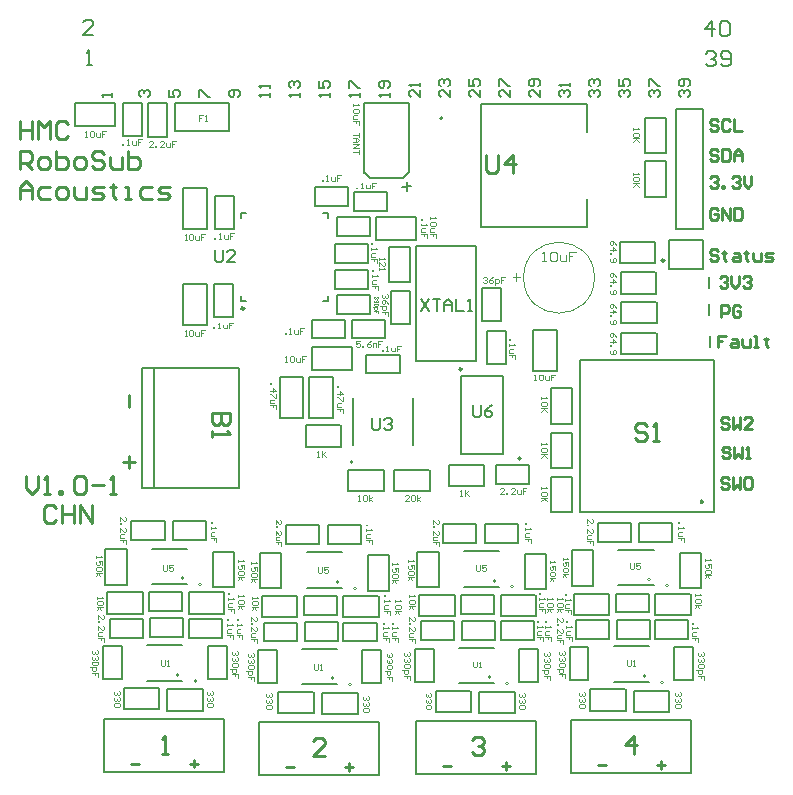
<source format=gto>
G04*
G04 #@! TF.GenerationSoftware,Altium Limited,Altium Designer,19.1.8 (144)*
G04*
G04 Layer_Color=65535*
%FSLAX25Y25*%
%MOIN*%
G70*
G01*
G75*
%ADD10C,0.00394*%
%ADD11C,0.00787*%
%ADD12C,0.00500*%
%ADD13C,0.00000*%
%ADD14C,0.01000*%
%ADD15C,0.00984*%
%ADD16C,0.00800*%
%ADD17C,0.00600*%
%ADD18C,0.00315*%
%ADD19R,0.01000X0.04000*%
D10*
X232677Y272835D02*
G03*
X232677Y272835I-11811J0D01*
G01*
X206694Y271654D02*
Y274277D01*
X205382Y272966D02*
X208005D01*
X244488Y177558D02*
Y175918D01*
X244816Y175591D01*
X245472D01*
X245800Y175918D01*
Y177558D01*
X247768D02*
X246456D01*
Y176575D01*
X247112Y176902D01*
X247440D01*
X247768Y176575D01*
Y175918D01*
X247440Y175591D01*
X246784D01*
X246456Y175918D01*
X193307Y177165D02*
Y175525D01*
X193635Y175197D01*
X194291D01*
X194619Y175525D01*
Y177165D01*
X196587D02*
X195275D01*
Y176181D01*
X195931Y176509D01*
X196259D01*
X196587Y176181D01*
Y175525D01*
X196259Y175197D01*
X195603D01*
X195275Y175525D01*
X140551Y176377D02*
Y174737D01*
X140879Y174409D01*
X141535D01*
X141863Y174737D01*
Y176377D01*
X143831D02*
X142519D01*
Y175393D01*
X143175Y175721D01*
X143503D01*
X143831Y175393D01*
Y174737D01*
X143503Y174409D01*
X142847D01*
X142519Y174737D01*
X243701Y145275D02*
Y143635D01*
X244029Y143307D01*
X244685D01*
X245013Y143635D01*
Y145275D01*
X245669Y143307D02*
X246325D01*
X245997D01*
Y145275D01*
X245669Y144947D01*
X192126Y144881D02*
Y143241D01*
X192454Y142913D01*
X193110D01*
X193438Y143241D01*
Y144881D01*
X194094Y142913D02*
X194750D01*
X194422D01*
Y144881D01*
X194094Y144553D01*
X139370Y144094D02*
Y142454D01*
X139698Y142126D01*
X140354D01*
X140682Y142454D01*
Y144094D01*
X141338Y142126D02*
X141994D01*
X141666D01*
Y144094D01*
X141338Y143766D01*
X88976Y177165D02*
Y175525D01*
X89304Y175197D01*
X89960D01*
X90288Y175525D01*
Y177165D01*
X92256D02*
X90944D01*
Y176181D01*
X91600Y176509D01*
X91928D01*
X92256Y176181D01*
Y175525D01*
X91928Y175197D01*
X91272D01*
X90944Y175525D01*
X88189Y145275D02*
Y143635D01*
X88517Y143307D01*
X89173D01*
X89501Y143635D01*
Y145275D01*
X90157Y143307D02*
X90813D01*
X90485D01*
Y145275D01*
X90157Y144947D01*
X217388Y148031D02*
X217716Y147704D01*
Y147048D01*
X217388Y146720D01*
X217060D01*
X216732Y147048D01*
Y147376D01*
Y147048D01*
X216404Y146720D01*
X216076D01*
X215748Y147048D01*
Y147704D01*
X216076Y148031D01*
X217388Y146064D02*
X217716Y145736D01*
Y145080D01*
X217388Y144752D01*
X217060D01*
X216732Y145080D01*
Y145408D01*
Y145080D01*
X216404Y144752D01*
X216076D01*
X215748Y145080D01*
Y145736D01*
X216076Y146064D01*
X217388Y144096D02*
X217716Y143768D01*
Y143112D01*
X217388Y142784D01*
X216076D01*
X215748Y143112D01*
Y143768D01*
X216076Y144096D01*
X217388D01*
X215092Y142128D02*
X217060D01*
Y141144D01*
X216732Y140816D01*
X216076D01*
X215748Y141144D01*
Y142128D01*
X217716Y138848D02*
Y140160D01*
X216732D01*
Y139504D01*
Y140160D01*
X215748D01*
X170866Y158531D02*
Y159843D01*
X172178Y158531D01*
X172506D01*
X172834Y158859D01*
Y159514D01*
X172506Y159843D01*
X170866Y157875D02*
X171194D01*
Y157547D01*
X170866D01*
Y157875D01*
Y154923D02*
Y156235D01*
X172178Y154923D01*
X172506D01*
X172834Y155251D01*
Y155907D01*
X172506Y156235D01*
X172178Y154267D02*
X171194D01*
X170866Y153939D01*
Y152955D01*
X172178D01*
X172834Y150987D02*
Y152299D01*
X171850D01*
Y151643D01*
Y152299D01*
X170866D01*
X213484Y158366D02*
X213812D01*
Y158038D01*
X213484D01*
Y158366D01*
Y156726D02*
Y156070D01*
Y156398D01*
X215452D01*
X215124Y156726D01*
X214796Y155086D02*
X213812D01*
X213484Y154758D01*
Y153774D01*
X214796D01*
X215452Y151807D02*
Y153119D01*
X214468D01*
Y152463D01*
Y153119D01*
X213484D01*
X216240Y158268D02*
X216568D01*
Y157940D01*
X216240D01*
Y158268D01*
Y156628D02*
Y155972D01*
Y156300D01*
X218208D01*
X217880Y156628D01*
X217552Y154988D02*
X216568D01*
X216240Y154660D01*
Y153676D01*
X217552D01*
X218208Y151708D02*
Y153020D01*
X217224D01*
Y152364D01*
Y153020D01*
X216240D01*
X170931Y148031D02*
X171259Y147704D01*
Y147048D01*
X170931Y146720D01*
X170603D01*
X170275Y147048D01*
Y147376D01*
Y147048D01*
X169947Y146720D01*
X169619D01*
X169291Y147048D01*
Y147704D01*
X169619Y148031D01*
X170931Y146064D02*
X171259Y145736D01*
Y145080D01*
X170931Y144752D01*
X170603D01*
X170275Y145080D01*
Y145408D01*
Y145080D01*
X169947Y144752D01*
X169619D01*
X169291Y145080D01*
Y145736D01*
X169619Y146064D01*
X170931Y144096D02*
X171259Y143768D01*
Y143112D01*
X170931Y142784D01*
X169619D01*
X169291Y143112D01*
Y143768D01*
X169619Y144096D01*
X170931D01*
X168635Y142128D02*
X170603D01*
Y141144D01*
X170275Y140816D01*
X169619D01*
X169291Y141144D01*
Y142128D01*
X171259Y138848D02*
Y140160D01*
X170275D01*
Y139504D01*
Y140160D01*
X169291D01*
X214272Y167717D02*
X214600D01*
Y167389D01*
X214272D01*
Y167717D01*
Y166077D02*
Y165421D01*
Y165749D01*
X216240D01*
X215912Y166077D01*
X215584Y164437D02*
X214600D01*
X214272Y164109D01*
Y163125D01*
X215584D01*
X216240Y161157D02*
Y162469D01*
X215256D01*
Y161813D01*
Y162469D01*
X214272D01*
X178740Y190814D02*
Y192126D01*
X180052Y190814D01*
X180380D01*
X180708Y191142D01*
Y191798D01*
X180380Y192126D01*
X178740Y190158D02*
X179068D01*
Y189830D01*
X178740D01*
Y190158D01*
Y187206D02*
Y188518D01*
X180052Y187206D01*
X180380D01*
X180708Y187534D01*
Y188190D01*
X180380Y188518D01*
X180052Y186550D02*
X179068D01*
X178740Y186222D01*
Y185239D01*
X180052D01*
X180708Y183271D02*
Y184582D01*
X179724D01*
Y183927D01*
Y184582D01*
X178740D01*
X209449Y190945D02*
X209777D01*
Y190617D01*
X209449D01*
Y190945D01*
Y189305D02*
Y188649D01*
Y188977D01*
X211417D01*
X211089Y189305D01*
X210761Y187665D02*
X209777D01*
X209449Y187337D01*
Y186353D01*
X210761D01*
X211417Y184385D02*
Y185697D01*
X210433D01*
Y185041D01*
Y185697D01*
X209449D01*
X209120Y134252D02*
X209448Y133924D01*
Y133268D01*
X209120Y132940D01*
X208792D01*
X208464Y133268D01*
Y133596D01*
Y133268D01*
X208136Y132940D01*
X207808D01*
X207480Y133268D01*
Y133924D01*
X207808Y134252D01*
X209120Y132284D02*
X209448Y131956D01*
Y131300D01*
X209120Y130972D01*
X208792D01*
X208464Y131300D01*
Y131628D01*
Y131300D01*
X208136Y130972D01*
X207808D01*
X207480Y131300D01*
Y131956D01*
X207808Y132284D01*
X209120Y130316D02*
X209448Y129988D01*
Y129332D01*
X209120Y129004D01*
X207808D01*
X207480Y129332D01*
Y129988D01*
X207808Y130316D01*
X209120D01*
X178018Y134252D02*
X178346Y133924D01*
Y133268D01*
X178018Y132940D01*
X177690D01*
X177362Y133268D01*
Y133596D01*
Y133268D01*
X177034Y132940D01*
X176706D01*
X176378Y133268D01*
Y133924D01*
X176706Y134252D01*
X178018Y132284D02*
X178346Y131956D01*
Y131300D01*
X178018Y130972D01*
X177690D01*
X177362Y131300D01*
Y131628D01*
Y131300D01*
X177034Y130972D01*
X176706D01*
X176378Y131300D01*
Y131956D01*
X176706Y132284D01*
X178018Y130316D02*
X178346Y129988D01*
Y129332D01*
X178018Y129004D01*
X176706D01*
X176378Y129332D01*
Y129988D01*
X176706Y130316D01*
X178018D01*
X217717Y178347D02*
Y177690D01*
Y178018D01*
X219684D01*
X219356Y178347D01*
X219684Y175395D02*
Y176707D01*
X218701D01*
X219028Y176051D01*
Y175723D01*
X218701Y175395D01*
X218044D01*
X217717Y175723D01*
Y176379D01*
X218044Y176707D01*
X219356Y174739D02*
X219684Y174411D01*
Y173755D01*
X219356Y173427D01*
X218044D01*
X217717Y173755D01*
Y174411D01*
X218044Y174739D01*
X219356D01*
X217717Y172771D02*
X219684D01*
X218373D02*
X219028Y171787D01*
X218373Y172771D02*
X217717Y171787D01*
X217028Y166142D02*
Y165486D01*
Y165814D01*
X218995D01*
X218668Y166142D01*
Y164502D02*
X218995Y164174D01*
Y163518D01*
X218668Y163190D01*
X217355D01*
X217028Y163518D01*
Y164174D01*
X217355Y164502D01*
X218668D01*
X217028Y162534D02*
X218995D01*
X217684D02*
X218339Y161550D01*
X217684Y162534D02*
X217028Y161550D01*
X170866Y166929D02*
Y166273D01*
Y166601D01*
X172834D01*
X172506Y166929D01*
Y165289D02*
X172834Y164961D01*
Y164305D01*
X172506Y163977D01*
X171194D01*
X170866Y164305D01*
Y164961D01*
X171194Y165289D01*
X172506D01*
X170866Y163321D02*
X172834D01*
X171522D02*
X172178Y162337D01*
X171522Y163321D02*
X170866Y162337D01*
X170472Y178740D02*
Y178084D01*
Y178412D01*
X172440D01*
X172112Y178740D01*
X172440Y175788D02*
Y177100D01*
X171456D01*
X171784Y176444D01*
Y176116D01*
X171456Y175788D01*
X170800D01*
X170472Y176116D01*
Y176772D01*
X170800Y177100D01*
X172112Y175132D02*
X172440Y174804D01*
Y174148D01*
X172112Y173820D01*
X170800D01*
X170472Y174148D01*
Y174804D01*
X170800Y175132D01*
X172112D01*
X170472Y173165D02*
X172440D01*
X171128D02*
X171784Y172181D01*
X171128Y173165D02*
X170472Y172181D01*
X165026Y147638D02*
X165354Y147310D01*
Y146654D01*
X165026Y146326D01*
X164698D01*
X164370Y146654D01*
Y146982D01*
Y146654D01*
X164042Y146326D01*
X163714D01*
X163386Y146654D01*
Y147310D01*
X163714Y147638D01*
X165026Y145670D02*
X165354Y145342D01*
Y144686D01*
X165026Y144358D01*
X164698D01*
X164370Y144686D01*
Y145014D01*
Y144686D01*
X164042Y144358D01*
X163714D01*
X163386Y144686D01*
Y145342D01*
X163714Y145670D01*
X165026Y143702D02*
X165354Y143374D01*
Y142718D01*
X165026Y142390D01*
X163714D01*
X163386Y142718D01*
Y143374D01*
X163714Y143702D01*
X165026D01*
X162730Y141734D02*
X164698D01*
Y140750D01*
X164370Y140422D01*
X163714D01*
X163386Y140750D01*
Y141734D01*
X165354Y138454D02*
Y139766D01*
X164370D01*
Y139110D01*
Y139766D01*
X163386D01*
X118110Y158531D02*
Y159843D01*
X119422Y158531D01*
X119750D01*
X120078Y158859D01*
Y159514D01*
X119750Y159843D01*
X118110Y157875D02*
X118438D01*
Y157547D01*
X118110D01*
Y157875D01*
Y154923D02*
Y156235D01*
X119422Y154923D01*
X119750D01*
X120078Y155251D01*
Y155907D01*
X119750Y156235D01*
X119422Y154267D02*
X118438D01*
X118110Y153939D01*
Y152955D01*
X119422D01*
X120078Y150987D02*
Y152299D01*
X119094D01*
Y151643D01*
Y152299D01*
X118110D01*
X162205Y157874D02*
X162533D01*
Y157546D01*
X162205D01*
Y157874D01*
Y156234D02*
Y155578D01*
Y155906D01*
X164173D01*
X163845Y156234D01*
X163517Y154594D02*
X162533D01*
X162205Y154266D01*
Y153282D01*
X163517D01*
X164173Y151314D02*
Y152626D01*
X163189D01*
Y151970D01*
Y152626D01*
X162205D01*
X165354Y157874D02*
X165682D01*
Y157546D01*
X165354D01*
Y157874D01*
Y156234D02*
Y155578D01*
Y155906D01*
X167322D01*
X166994Y156234D01*
X166666Y154594D02*
X165682D01*
X165354Y154266D01*
Y153282D01*
X166666D01*
X167322Y151314D02*
Y152626D01*
X166338D01*
Y151970D01*
Y152626D01*
X165354D01*
X118963Y147638D02*
X119291Y147310D01*
Y146654D01*
X118963Y146326D01*
X118635D01*
X118307Y146654D01*
Y146982D01*
Y146654D01*
X117979Y146326D01*
X117651D01*
X117323Y146654D01*
Y147310D01*
X117651Y147638D01*
X118963Y145670D02*
X119291Y145342D01*
Y144686D01*
X118963Y144358D01*
X118635D01*
X118307Y144686D01*
Y145014D01*
Y144686D01*
X117979Y144358D01*
X117651D01*
X117323Y144686D01*
Y145342D01*
X117651Y145670D01*
X118963Y143702D02*
X119291Y143374D01*
Y142718D01*
X118963Y142390D01*
X117651D01*
X117323Y142718D01*
Y143374D01*
X117651Y143702D01*
X118963D01*
X116667Y141734D02*
X118635D01*
Y140750D01*
X118307Y140422D01*
X117651D01*
X117323Y140750D01*
Y141734D01*
X119291Y138454D02*
Y139766D01*
X118307D01*
Y139110D01*
Y139766D01*
X117323D01*
X162598Y166929D02*
X162926D01*
Y166601D01*
X162598D01*
Y166929D01*
Y165289D02*
Y164633D01*
Y164961D01*
X164566D01*
X164238Y165289D01*
X163910Y163649D02*
X162926D01*
X162598Y163321D01*
Y162337D01*
X163910D01*
X164566Y160370D02*
Y161681D01*
X163582D01*
Y161026D01*
Y161681D01*
X162598D01*
X126378Y190814D02*
Y192126D01*
X127690Y190814D01*
X128018D01*
X128346Y191142D01*
Y191798D01*
X128018Y192126D01*
X126378Y190158D02*
X126706D01*
Y189830D01*
X126378D01*
Y190158D01*
Y187206D02*
Y188518D01*
X127690Y187206D01*
X128018D01*
X128346Y187534D01*
Y188190D01*
X128018Y188518D01*
X127690Y186550D02*
X126706D01*
X126378Y186222D01*
Y185239D01*
X127690D01*
X128346Y183271D02*
Y184582D01*
X127362D01*
Y183927D01*
Y184582D01*
X126378D01*
X156693Y190551D02*
X157021D01*
Y190223D01*
X156693D01*
Y190551D01*
Y188911D02*
Y188255D01*
Y188583D01*
X158661D01*
X158333Y188911D01*
X158005Y187271D02*
X157021D01*
X156693Y186943D01*
Y185959D01*
X158005D01*
X158661Y183992D02*
Y185303D01*
X157677D01*
Y184648D01*
Y185303D01*
X156693D01*
X157152Y133465D02*
X157480Y133137D01*
Y132481D01*
X157152Y132153D01*
X156824D01*
X156496Y132481D01*
Y132809D01*
Y132481D01*
X156168Y132153D01*
X155840D01*
X155512Y132481D01*
Y133137D01*
X155840Y133465D01*
X157152Y131497D02*
X157480Y131169D01*
Y130513D01*
X157152Y130185D01*
X156824D01*
X156496Y130513D01*
Y130841D01*
Y130513D01*
X156168Y130185D01*
X155840D01*
X155512Y130513D01*
Y131169D01*
X155840Y131497D01*
X157152Y129529D02*
X157480Y129201D01*
Y128545D01*
X157152Y128217D01*
X155840D01*
X155512Y128545D01*
Y129201D01*
X155840Y129529D01*
X157152D01*
X124868Y134252D02*
X125196Y133924D01*
Y133268D01*
X124868Y132940D01*
X124540D01*
X124212Y133268D01*
Y133596D01*
Y133268D01*
X123884Y132940D01*
X123556D01*
X123228Y133268D01*
Y133924D01*
X123556Y134252D01*
X124868Y132284D02*
X125196Y131956D01*
Y131300D01*
X124868Y130972D01*
X124540D01*
X124212Y131300D01*
Y131628D01*
Y131300D01*
X123884Y130972D01*
X123556D01*
X123228Y131300D01*
Y131956D01*
X123556Y132284D01*
X124868Y130316D02*
X125196Y129988D01*
Y129332D01*
X124868Y129004D01*
X123556D01*
X123228Y129332D01*
Y129988D01*
X123556Y130316D01*
X124868D01*
X165354Y177559D02*
Y176903D01*
Y177231D01*
X167322D01*
X166994Y177559D01*
X167322Y174607D02*
Y175919D01*
X166338D01*
X166666Y175263D01*
Y174935D01*
X166338Y174607D01*
X165682D01*
X165354Y174935D01*
Y175591D01*
X165682Y175919D01*
X166994Y173951D02*
X167322Y173623D01*
Y172967D01*
X166994Y172639D01*
X165682D01*
X165354Y172967D01*
Y173623D01*
X165682Y173951D01*
X166994D01*
X165354Y171983D02*
X167322D01*
X166010D02*
X166666Y171000D01*
X166010Y171983D02*
X165354Y171000D01*
X166142Y165354D02*
Y164698D01*
Y165026D01*
X168110D01*
X167782Y165354D01*
Y163714D02*
X168110Y163386D01*
Y162731D01*
X167782Y162402D01*
X166470D01*
X166142Y162731D01*
Y163386D01*
X166470Y163714D01*
X167782D01*
X166142Y161747D02*
X168110D01*
X166798D02*
X167454Y160763D01*
X166798Y161747D02*
X166142Y160763D01*
X118504Y166535D02*
Y165879D01*
Y166207D01*
X120472D01*
X120144Y166535D01*
Y164895D02*
X120472Y164568D01*
Y163912D01*
X120144Y163584D01*
X118832D01*
X118504Y163912D01*
Y164568D01*
X118832Y164895D01*
X120144D01*
X118504Y162928D02*
X120472D01*
X119160D02*
X119816Y161944D01*
X119160Y162928D02*
X118504Y161944D01*
X118110Y177953D02*
Y177297D01*
Y177625D01*
X120078D01*
X119750Y177953D01*
X120078Y175001D02*
Y176313D01*
X119094D01*
X119422Y175657D01*
Y175329D01*
X119094Y175001D01*
X118438D01*
X118110Y175329D01*
Y175985D01*
X118438Y176313D01*
X119750Y174345D02*
X120078Y174017D01*
Y173361D01*
X119750Y173033D01*
X118438D01*
X118110Y173361D01*
Y174017D01*
X118438Y174345D01*
X119750D01*
X118110Y172377D02*
X120078D01*
X118766D02*
X119422Y171393D01*
X118766Y172377D02*
X118110Y171393D01*
X113451Y148425D02*
X113779Y148097D01*
Y147441D01*
X113451Y147113D01*
X113123D01*
X112795Y147441D01*
Y147769D01*
Y147441D01*
X112467Y147113D01*
X112139D01*
X111811Y147441D01*
Y148097D01*
X112139Y148425D01*
X113451Y146457D02*
X113779Y146129D01*
Y145473D01*
X113451Y145145D01*
X113123D01*
X112795Y145473D01*
Y145801D01*
Y145473D01*
X112467Y145145D01*
X112139D01*
X111811Y145473D01*
Y146129D01*
X112139Y146457D01*
X113451Y144490D02*
X113779Y144161D01*
Y143506D01*
X113451Y143178D01*
X112139D01*
X111811Y143506D01*
Y144161D01*
X112139Y144490D01*
X113451D01*
X111155Y142522D02*
X113123D01*
Y141538D01*
X112795Y141210D01*
X112139D01*
X111811Y141538D01*
Y142522D01*
X113779Y139242D02*
Y140554D01*
X112795D01*
Y139898D01*
Y140554D01*
X111811D01*
X67323Y158924D02*
Y160236D01*
X68635Y158924D01*
X68963D01*
X69291Y159252D01*
Y159908D01*
X68963Y160236D01*
X67323Y158268D02*
X67651D01*
Y157940D01*
X67323D01*
Y158268D01*
Y155317D02*
Y156629D01*
X68635Y155317D01*
X68963D01*
X69291Y155645D01*
Y156300D01*
X68963Y156629D01*
X68635Y154661D02*
X67651D01*
X67323Y154333D01*
Y153349D01*
X68635D01*
X69291Y151381D02*
Y152693D01*
X68307D01*
Y152037D01*
Y152693D01*
X67323D01*
X110236Y159055D02*
X110564D01*
Y158727D01*
X110236D01*
Y159055D01*
Y157415D02*
Y156759D01*
Y157087D01*
X112204D01*
X111876Y157415D01*
X111548Y155775D02*
X110564D01*
X110236Y155447D01*
Y154463D01*
X111548D01*
X112204Y152496D02*
Y153807D01*
X111220D01*
Y153152D01*
Y153807D01*
X110236D01*
X113386Y159055D02*
X113714D01*
Y158727D01*
X113386D01*
Y159055D01*
Y157415D02*
Y156759D01*
Y157087D01*
X115354D01*
X115026Y157415D01*
X114698Y155775D02*
X113714D01*
X113386Y155447D01*
Y154463D01*
X114698D01*
X115354Y152496D02*
Y153807D01*
X114370D01*
Y153152D01*
Y153807D01*
X113386D01*
X66994Y148819D02*
X67322Y148491D01*
Y147835D01*
X66994Y147507D01*
X66666D01*
X66338Y147835D01*
Y148163D01*
Y147835D01*
X66010Y147507D01*
X65682D01*
X65354Y147835D01*
Y148491D01*
X65682Y148819D01*
X66994Y146851D02*
X67322Y146523D01*
Y145867D01*
X66994Y145539D01*
X66666D01*
X66338Y145867D01*
Y146195D01*
Y145867D01*
X66010Y145539D01*
X65682D01*
X65354Y145867D01*
Y146523D01*
X65682Y146851D01*
X66994Y144883D02*
X67322Y144555D01*
Y143899D01*
X66994Y143571D01*
X65682D01*
X65354Y143899D01*
Y144555D01*
X65682Y144883D01*
X66994D01*
X64698Y142915D02*
X66666D01*
Y141931D01*
X66338Y141603D01*
X65682D01*
X65354Y141931D01*
Y142915D01*
X67322Y139636D02*
Y140947D01*
X66338D01*
Y140292D01*
Y140947D01*
X65354D01*
X110630Y167717D02*
X110958D01*
Y167389D01*
X110630D01*
Y167717D01*
Y166077D02*
Y165421D01*
Y165749D01*
X112598D01*
X112270Y166077D01*
X111942Y164437D02*
X110958D01*
X110630Y164109D01*
Y163125D01*
X111942D01*
X112598Y161157D02*
Y162469D01*
X111614D01*
Y161813D01*
Y162469D01*
X110630D01*
X74410Y191602D02*
Y192913D01*
X75721Y191602D01*
X76049D01*
X76377Y191929D01*
Y192585D01*
X76049Y192913D01*
X74410Y190945D02*
X74737D01*
Y190618D01*
X74410D01*
Y190945D01*
Y187994D02*
Y189306D01*
X75721Y187994D01*
X76049D01*
X76377Y188322D01*
Y188978D01*
X76049Y189306D01*
X75721Y187338D02*
X74737D01*
X74410Y187010D01*
Y186026D01*
X75721D01*
X76377Y184058D02*
Y185370D01*
X75393D01*
Y184714D01*
Y185370D01*
X74410D01*
X104724Y191339D02*
X105052D01*
Y191011D01*
X104724D01*
Y191339D01*
Y189699D02*
Y189043D01*
Y189371D01*
X106692D01*
X106364Y189699D01*
X106036Y188059D02*
X105052D01*
X104724Y187731D01*
Y186747D01*
X106036D01*
X106692Y184779D02*
Y186091D01*
X105708D01*
Y185435D01*
Y186091D01*
X104724D01*
X105183Y135039D02*
X105511Y134711D01*
Y134055D01*
X105183Y133728D01*
X104855D01*
X104527Y134055D01*
Y134383D01*
Y134055D01*
X104199Y133728D01*
X103871D01*
X103543Y134055D01*
Y134711D01*
X103871Y135039D01*
X105183Y133071D02*
X105511Y132744D01*
Y132088D01*
X105183Y131760D01*
X104855D01*
X104527Y132088D01*
Y132416D01*
Y132088D01*
X104199Y131760D01*
X103871D01*
X103543Y132088D01*
Y132744D01*
X103871Y133071D01*
X105183Y131104D02*
X105511Y130776D01*
Y130120D01*
X105183Y129792D01*
X103871D01*
X103543Y130120D01*
Y130776D01*
X103871Y131104D01*
X105183D01*
X74081Y135039D02*
X74409Y134711D01*
Y134055D01*
X74081Y133728D01*
X73753D01*
X73425Y134055D01*
Y134383D01*
Y134055D01*
X73097Y133728D01*
X72769D01*
X72441Y134055D01*
Y134711D01*
X72769Y135039D01*
X74081Y133071D02*
X74409Y132744D01*
Y132088D01*
X74081Y131760D01*
X73753D01*
X73425Y132088D01*
Y132416D01*
Y132088D01*
X73097Y131760D01*
X72769D01*
X72441Y132088D01*
Y132744D01*
X72769Y133071D01*
X74081Y131104D02*
X74409Y130776D01*
Y130120D01*
X74081Y129792D01*
X72769D01*
X72441Y130120D01*
Y130776D01*
X72769Y131104D01*
X74081D01*
X113779Y178740D02*
Y178084D01*
Y178412D01*
X115747D01*
X115419Y178740D01*
X115747Y175788D02*
Y177100D01*
X114763D01*
X115091Y176444D01*
Y176116D01*
X114763Y175788D01*
X114108D01*
X113779Y176116D01*
Y176772D01*
X114108Y177100D01*
X115419Y175132D02*
X115747Y174804D01*
Y174148D01*
X115419Y173820D01*
X114108D01*
X113779Y174148D01*
Y174804D01*
X114108Y175132D01*
X115419D01*
X113779Y173165D02*
X115747D01*
X114436D02*
X115091Y172181D01*
X114436Y173165D02*
X113779Y172181D01*
Y166929D02*
Y166273D01*
Y166601D01*
X115747D01*
X115419Y166929D01*
Y165289D02*
X115747Y164961D01*
Y164305D01*
X115419Y163977D01*
X114108D01*
X113779Y164305D01*
Y164961D01*
X114108Y165289D01*
X115419D01*
X113779Y163321D02*
X115747D01*
X114436D02*
X115091Y162337D01*
X114436Y163321D02*
X113779Y162337D01*
X66929Y166535D02*
Y165879D01*
Y166207D01*
X68897D01*
X68569Y166535D01*
Y164895D02*
X68897Y164568D01*
Y163912D01*
X68569Y163584D01*
X67257D01*
X66929Y163912D01*
Y164568D01*
X67257Y164895D01*
X68569D01*
X66929Y162928D02*
X68897D01*
X67585D02*
X68241Y161944D01*
X67585Y162928D02*
X66929Y161944D01*
X66535Y179921D02*
Y179265D01*
Y179593D01*
X68503D01*
X68175Y179921D01*
X68503Y176970D02*
Y178281D01*
X67519D01*
X67847Y177625D01*
Y177297D01*
X67519Y176970D01*
X66863D01*
X66535Y177297D01*
Y177953D01*
X66863Y178281D01*
X68175Y176313D02*
X68503Y175986D01*
Y175330D01*
X68175Y175002D01*
X66863D01*
X66535Y175330D01*
Y175986D01*
X66863Y176313D01*
X68175D01*
X66535Y174346D02*
X68503D01*
X67191D02*
X67847Y173362D01*
X67191Y174346D02*
X66535Y173362D01*
X214961Y203150D02*
Y202494D01*
Y202822D01*
X216929D01*
X216600Y203150D01*
Y201510D02*
X216929Y201182D01*
Y200526D01*
X216600Y200198D01*
X215289D01*
X214961Y200526D01*
Y201182D01*
X215289Y201510D01*
X216600D01*
X216929Y199542D02*
X214961D01*
X215617D01*
X216929Y198230D01*
X215945Y199214D01*
X214961Y198230D01*
Y233071D02*
Y232415D01*
Y232743D01*
X216929D01*
X216600Y233071D01*
Y231431D02*
X216929Y231103D01*
Y230447D01*
X216600Y230119D01*
X215289D01*
X214961Y230447D01*
Y231103D01*
X215289Y231431D01*
X216600D01*
X216929Y229463D02*
X214961D01*
X215617D01*
X216929Y228151D01*
X215945Y229135D01*
X214961Y228151D01*
X215354Y278346D02*
X216404D01*
X215879D01*
Y281495D01*
X215354Y280970D01*
X217978D02*
X218503Y281495D01*
X219552D01*
X220077Y280970D01*
Y278871D01*
X219552Y278346D01*
X218503D01*
X217978Y278871D01*
Y280970D01*
X221127Y280446D02*
Y278871D01*
X221652Y278346D01*
X223226D01*
Y280446D01*
X226374Y281495D02*
X224275D01*
Y279921D01*
X225325D01*
X224275D01*
Y278346D01*
X222047Y179528D02*
Y178872D01*
Y179200D01*
X224015D01*
X223687Y179528D01*
X224015Y176576D02*
Y177888D01*
X223031D01*
X223359Y177232D01*
Y176904D01*
X223031Y176576D01*
X222375D01*
X222047Y176904D01*
Y177560D01*
X222375Y177888D01*
X223687Y175920D02*
X224015Y175592D01*
Y174936D01*
X223687Y174608D01*
X222375D01*
X222047Y174936D01*
Y175592D01*
X222375Y175920D01*
X223687D01*
X222047Y173952D02*
X224015D01*
X222703D02*
X223359Y172968D01*
X222703Y173952D02*
X222047Y172968D01*
X161024Y279528D02*
Y278872D01*
Y279200D01*
X162991D01*
X162663Y279528D01*
X161024Y276576D02*
Y277888D01*
X162336Y276576D01*
X162663D01*
X162991Y276904D01*
Y277560D01*
X162663Y277888D01*
X161024Y275920D02*
Y275264D01*
Y275592D01*
X162991D01*
X162663Y275920D01*
X187795Y200000D02*
X188451D01*
X188123D01*
Y201968D01*
X187795Y201640D01*
X189435Y201968D02*
Y200000D01*
Y200656D01*
X190747Y201968D01*
X189763Y200984D01*
X190747Y200000D01*
X214961Y217717D02*
Y217061D01*
Y217389D01*
X216929D01*
X216600Y217717D01*
Y216077D02*
X216929Y215749D01*
Y215093D01*
X216600Y214765D01*
X215289D01*
X214961Y215093D01*
Y215749D01*
X215289Y216077D01*
X216600D01*
X216929Y214109D02*
X214961D01*
X215617D01*
X216929Y212797D01*
X215945Y213781D01*
X214961Y212797D01*
X239763Y262861D02*
X239435Y263517D01*
X238779Y264173D01*
X238123D01*
X237795Y263845D01*
Y263189D01*
X238123Y262861D01*
X238451D01*
X238779Y263189D01*
Y264173D01*
X237795Y261221D02*
X239763D01*
X238779Y262205D01*
Y260894D01*
X237795Y260238D02*
X238123D01*
Y259910D01*
X237795D01*
Y260238D01*
X238123Y258598D02*
X237795Y258270D01*
Y257614D01*
X238123Y257286D01*
X239435D01*
X239763Y257614D01*
Y258270D01*
X239435Y258598D01*
X239107D01*
X238779Y258270D01*
Y257286D01*
X239763Y283728D02*
X239435Y284383D01*
X238779Y285039D01*
X238123D01*
X237795Y284711D01*
Y284055D01*
X238123Y283728D01*
X238451D01*
X238779Y284055D01*
Y285039D01*
X237795Y282088D02*
X239763D01*
X238779Y283071D01*
Y281760D01*
X237795Y281104D02*
X238123D01*
Y280776D01*
X237795D01*
Y281104D01*
X238123Y279464D02*
X237795Y279136D01*
Y278480D01*
X238123Y278152D01*
X239435D01*
X239763Y278480D01*
Y279136D01*
X239435Y279464D01*
X239107D01*
X238779Y279136D01*
Y278152D01*
X239763Y253019D02*
X239435Y253675D01*
X238779Y254331D01*
X238123D01*
X237795Y254003D01*
Y253347D01*
X238123Y253019D01*
X238451D01*
X238779Y253347D01*
Y254331D01*
X237795Y251379D02*
X239763D01*
X238779Y252363D01*
Y251051D01*
X237795Y250395D02*
X238123D01*
Y250067D01*
X237795D01*
Y250395D01*
X238123Y248755D02*
X237795Y248427D01*
Y247771D01*
X238123Y247443D01*
X239435D01*
X239763Y247771D01*
Y248427D01*
X239435Y248755D01*
X239107D01*
X238779Y248427D01*
Y247443D01*
X239763Y273097D02*
X239435Y273753D01*
X238779Y274410D01*
X238123D01*
X237795Y274081D01*
Y273426D01*
X238123Y273097D01*
X238451D01*
X238779Y273426D01*
Y274410D01*
X237795Y271458D02*
X239763D01*
X238779Y272442D01*
Y271130D01*
X237795Y270474D02*
X238123D01*
Y270146D01*
X237795D01*
Y270474D01*
X238123Y268834D02*
X237795Y268506D01*
Y267850D01*
X238123Y267522D01*
X239435D01*
X239763Y267850D01*
Y268506D01*
X239435Y268834D01*
X239107D01*
X238779Y268506D01*
Y267522D01*
X220079Y166142D02*
Y165486D01*
Y165814D01*
X222047D01*
X221719Y166142D01*
Y164502D02*
X222047Y164174D01*
Y163518D01*
X221719Y163190D01*
X220407D01*
X220079Y163518D01*
Y164174D01*
X220407Y164502D01*
X221719D01*
X220079Y162534D02*
X222047D01*
X220735D02*
X221391Y161550D01*
X220735Y162534D02*
X220079Y161550D01*
X140157Y212992D02*
X140813D01*
X140486D01*
Y214960D01*
X140157Y214632D01*
X141797Y214960D02*
Y212992D01*
Y213648D01*
X143109Y214960D01*
X142125Y213976D01*
X143109Y212992D01*
X266142Y167323D02*
Y166667D01*
Y166995D01*
X268110D01*
X267782Y167323D01*
Y165683D02*
X268110Y165355D01*
Y164699D01*
X267782Y164371D01*
X266470D01*
X266142Y164699D01*
Y165355D01*
X266470Y165683D01*
X267782D01*
X266142Y163715D02*
X268110D01*
X266798D02*
X267454Y162731D01*
X266798Y163715D02*
X266142Y162731D01*
X269685Y179134D02*
Y178478D01*
Y178806D01*
X271653D01*
X271325Y179134D01*
X271653Y176182D02*
Y177494D01*
X270669D01*
X270997Y176838D01*
Y176510D01*
X270669Y176182D01*
X270013D01*
X269685Y176510D01*
Y177166D01*
X270013Y177494D01*
X271325Y175526D02*
X271653Y175198D01*
Y174542D01*
X271325Y174214D01*
X270013D01*
X269685Y174542D01*
Y175198D01*
X270013Y175526D01*
X271325D01*
X269685Y173558D02*
X271653D01*
X270341D02*
X270997Y172574D01*
X270341Y173558D02*
X269685Y172574D01*
X170997Y198425D02*
X169685D01*
X170997Y199737D01*
Y200065D01*
X170669Y200393D01*
X170013D01*
X169685Y200065D01*
X171653D02*
X171981Y200393D01*
X172637D01*
X172965Y200065D01*
Y198753D01*
X172637Y198425D01*
X171981D01*
X171653Y198753D01*
Y200065D01*
X173621Y198425D02*
Y200393D01*
Y199081D02*
X174605Y199737D01*
X173621Y199081D02*
X174605Y198425D01*
X153937D02*
X154593D01*
X154265D01*
Y200393D01*
X153937Y200065D01*
X155577D02*
X155905Y200393D01*
X156561D01*
X156889Y200065D01*
Y198753D01*
X156561Y198425D01*
X155905D01*
X155577Y198753D01*
Y200065D01*
X157545Y198425D02*
Y200393D01*
Y199081D02*
X158529Y199737D01*
X157545Y199081D02*
X158529Y198425D01*
X245669Y322835D02*
Y322179D01*
Y322507D01*
X247637D01*
X247309Y322835D01*
Y321195D02*
X247637Y320867D01*
Y320211D01*
X247309Y319883D01*
X245997D01*
X245669Y320211D01*
Y320867D01*
X245997Y321195D01*
X247309D01*
X247637Y319227D02*
X245669D01*
X246325D01*
X247637Y317915D01*
X246653Y318899D01*
X245669Y317915D01*
Y307874D02*
Y307218D01*
Y307546D01*
X247637D01*
X247309Y307874D01*
Y306234D02*
X247637Y305906D01*
Y305250D01*
X247309Y304922D01*
X245997D01*
X245669Y305250D01*
Y305906D01*
X245997Y306234D01*
X247309D01*
X247637Y304266D02*
X245669D01*
X246325D01*
X247637Y302954D01*
X246653Y303938D01*
X245669Y302954D01*
X229199Y134646D02*
X229527Y134318D01*
Y133662D01*
X229199Y133334D01*
X228871D01*
X228543Y133662D01*
Y133990D01*
Y133662D01*
X228215Y133334D01*
X227887D01*
X227559Y133662D01*
Y134318D01*
X227887Y134646D01*
X229199Y132678D02*
X229527Y132350D01*
Y131694D01*
X229199Y131366D01*
X228871D01*
X228543Y131694D01*
Y132022D01*
Y131694D01*
X228215Y131366D01*
X227887D01*
X227559Y131694D01*
Y132350D01*
X227887Y132678D01*
X229199Y130710D02*
X229527Y130382D01*
Y129726D01*
X229199Y129398D01*
X227887D01*
X227559Y129726D01*
Y130382D01*
X227887Y130710D01*
X229199D01*
X261089Y134646D02*
X261417Y134318D01*
Y133662D01*
X261089Y133334D01*
X260761D01*
X260433Y133662D01*
Y133990D01*
Y133662D01*
X260105Y133334D01*
X259777D01*
X259449Y133662D01*
Y134318D01*
X259777Y134646D01*
X261089Y132678D02*
X261417Y132350D01*
Y131694D01*
X261089Y131366D01*
X260761D01*
X260433Y131694D01*
Y132022D01*
Y131694D01*
X260105Y131366D01*
X259777D01*
X259449Y131694D01*
Y132350D01*
X259777Y132678D01*
X261089Y130710D02*
X261417Y130382D01*
Y129726D01*
X261089Y129398D01*
X259777D01*
X259449Y129726D01*
Y130382D01*
X259777Y130710D01*
X261089D01*
X102099Y327165D02*
X100787D01*
Y326181D01*
X101443D01*
X100787D01*
Y325197D01*
X102755D02*
X103411D01*
X103083D01*
Y327165D01*
X102755Y326837D01*
X260630Y191339D02*
X260958D01*
Y191011D01*
X260630D01*
Y191339D01*
Y189699D02*
Y189043D01*
Y189371D01*
X262598D01*
X262270Y189699D01*
X261942Y188059D02*
X260958D01*
X260630Y187731D01*
Y186747D01*
X261942D01*
X262598Y184779D02*
Y186091D01*
X261614D01*
Y185435D01*
Y186091D01*
X260630D01*
X230315Y191208D02*
Y192520D01*
X231627Y191208D01*
X231955D01*
X232283Y191536D01*
Y192192D01*
X231955Y192520D01*
X230315Y190552D02*
X230643D01*
Y190224D01*
X230315D01*
Y190552D01*
Y187600D02*
Y188912D01*
X231627Y187600D01*
X231955D01*
X232283Y187928D01*
Y188584D01*
X231955Y188912D01*
X231627Y186944D02*
X230643D01*
X230315Y186616D01*
Y185632D01*
X231627D01*
X232283Y183664D02*
Y184976D01*
X231299D01*
Y184320D01*
Y184976D01*
X230315D01*
X222835Y167323D02*
X223163D01*
Y166995D01*
X222835D01*
Y167323D01*
Y165683D02*
Y165027D01*
Y165355D01*
X224802D01*
X224475Y165683D01*
X224147Y164043D02*
X223163D01*
X222835Y163715D01*
Y162731D01*
X224147D01*
X224802Y160763D02*
Y162075D01*
X223819D01*
Y161419D01*
Y162075D01*
X222835D01*
X163451Y267323D02*
X163779Y266995D01*
Y266339D01*
X163451Y266011D01*
X163123D01*
X162795Y266339D01*
Y266667D01*
Y266339D01*
X162467Y266011D01*
X162139D01*
X161811Y266339D01*
Y266995D01*
X162139Y267323D01*
X163779Y264043D02*
X163451Y264699D01*
X162795Y265355D01*
X162139D01*
X161811Y265027D01*
Y264371D01*
X162139Y264043D01*
X162467D01*
X162795Y264371D01*
Y265355D01*
X161155Y263387D02*
X163123D01*
Y262403D01*
X162795Y262075D01*
X162139D01*
X161811Y262403D01*
Y263387D01*
X163779Y260107D02*
Y261419D01*
X162795D01*
Y260763D01*
Y261419D01*
X161811D01*
X195571Y272801D02*
X195899Y273129D01*
X196555D01*
X196883Y272801D01*
Y272473D01*
X196555Y272145D01*
X196227D01*
X196555D01*
X196883Y271817D01*
Y271489D01*
X196555Y271161D01*
X195899D01*
X195571Y271489D01*
X198851Y273129D02*
X198195Y272801D01*
X197539Y272145D01*
Y271489D01*
X197867Y271161D01*
X198523D01*
X198851Y271489D01*
Y271817D01*
X198523Y272145D01*
X197539D01*
X199507Y270505D02*
Y272473D01*
X200490D01*
X200818Y272145D01*
Y271489D01*
X200490Y271161D01*
X199507D01*
X202786Y273129D02*
X201474D01*
Y272145D01*
X202130D01*
X201474D01*
Y271161D01*
X202493Y200787D02*
X201181D01*
X202493Y202099D01*
Y202427D01*
X202165Y202755D01*
X201509D01*
X201181Y202427D01*
X203149Y200787D02*
Y201115D01*
X203477D01*
Y200787D01*
X203149D01*
X206101D02*
X204789D01*
X206101Y202099D01*
Y202427D01*
X205773Y202755D01*
X205117D01*
X204789Y202427D01*
X206757Y202099D02*
Y201115D01*
X207085Y200787D01*
X208069D01*
Y202099D01*
X210036Y202755D02*
X208725D01*
Y201771D01*
X209381D01*
X208725D01*
Y200787D01*
X75197Y316929D02*
Y317257D01*
X75525D01*
Y316929D01*
X75197D01*
X76837D02*
X77493D01*
X77165D01*
Y318897D01*
X76837Y318569D01*
X78477Y318241D02*
Y317257D01*
X78805Y316929D01*
X79789D01*
Y318241D01*
X81756Y318897D02*
X80445D01*
Y317913D01*
X81100D01*
X80445D01*
Y316929D01*
X85564Y316535D02*
X84252D01*
X85564Y317847D01*
Y318175D01*
X85236Y318503D01*
X84580D01*
X84252Y318175D01*
X86220Y316535D02*
Y316863D01*
X86548D01*
Y316535D01*
X86220D01*
X89172D02*
X87860D01*
X89172Y317847D01*
Y318175D01*
X88844Y318503D01*
X88188D01*
X87860Y318175D01*
X89828Y317847D02*
Y316863D01*
X90156Y316535D01*
X91140D01*
Y317847D01*
X93107Y318503D02*
X91795D01*
Y317519D01*
X92451D01*
X91795D01*
Y316535D01*
X62992Y319685D02*
X63648D01*
X63320D01*
Y321653D01*
X62992Y321325D01*
X64632D02*
X64960Y321653D01*
X65616D01*
X65944Y321325D01*
Y320013D01*
X65616Y319685D01*
X64960D01*
X64632Y320013D01*
Y321325D01*
X66600Y320997D02*
Y320013D01*
X66928Y319685D01*
X67912D01*
Y320997D01*
X69880Y321653D02*
X68568D01*
Y320669D01*
X69224D01*
X68568D01*
Y319685D01*
X161713Y248228D02*
Y248556D01*
X162041D01*
Y248228D01*
X161713D01*
X163353D02*
X164008D01*
X163681D01*
Y250196D01*
X163353Y249868D01*
X164992Y249540D02*
Y248556D01*
X165320Y248228D01*
X166304D01*
Y249540D01*
X168272Y250196D02*
X166960D01*
Y249212D01*
X167616D01*
X166960D01*
Y248228D01*
X152362Y330709D02*
Y330053D01*
Y330381D01*
X154330D01*
X154002Y330709D01*
Y329069D02*
X154330Y328741D01*
Y328085D01*
X154002Y327757D01*
X152690D01*
X152362Y328085D01*
Y328741D01*
X152690Y329069D01*
X154002D01*
X153674Y327101D02*
X152690D01*
X152362Y326773D01*
Y325789D01*
X153674D01*
X154330Y323821D02*
Y325133D01*
X153346D01*
Y324477D01*
Y325133D01*
X152362D01*
X154330Y321197D02*
Y319885D01*
Y320541D01*
X152362D01*
Y319230D02*
X153674D01*
X154330Y318573D01*
X153674Y317918D01*
X152362D01*
X153346D01*
Y319230D01*
X152362Y317262D02*
X154330D01*
X152362Y315950D01*
X154330D01*
Y315294D02*
Y313982D01*
Y314638D01*
X152362D01*
X212598Y238583D02*
X213254D01*
X212926D01*
Y240550D01*
X212598Y240223D01*
X214238D02*
X214566Y240550D01*
X215222D01*
X215550Y240223D01*
Y238911D01*
X215222Y238583D01*
X214566D01*
X214238Y238911D01*
Y240223D01*
X216206Y239895D02*
Y238911D01*
X216534Y238583D01*
X217518D01*
Y239895D01*
X219486Y240550D02*
X218174D01*
Y239567D01*
X218830D01*
X218174D01*
Y238583D01*
X158618Y275311D02*
X158946D01*
Y274983D01*
X158618D01*
Y275311D01*
Y273671D02*
Y273015D01*
Y273343D01*
X160586D01*
X160258Y273671D01*
X159930Y272031D02*
X158946D01*
X158618Y271703D01*
Y270719D01*
X159930D01*
X160586Y268752D02*
Y270063D01*
X159602D01*
Y269407D01*
Y270063D01*
X158618D01*
X154462Y251574D02*
X153150D01*
Y250590D01*
X153806Y250918D01*
X154133D01*
X154462Y250590D01*
Y249934D01*
X154133Y249606D01*
X153478D01*
X153150Y249934D01*
X155117Y249606D02*
Y249934D01*
X155446D01*
Y249606D01*
X155117D01*
X158069Y251574D02*
X157413Y251246D01*
X156757Y250590D01*
Y249934D01*
X157085Y249606D01*
X157741D01*
X158069Y249934D01*
Y250262D01*
X157741Y250590D01*
X156757D01*
X158725Y249606D02*
Y250918D01*
X159709D01*
X160037Y250590D01*
Y249606D01*
X162005Y251574D02*
X160693D01*
Y250590D01*
X161349D01*
X160693D01*
Y249606D01*
X153150Y302559D02*
Y302887D01*
X153478D01*
Y302559D01*
X153150D01*
X154789D02*
X155446D01*
X155117D01*
Y304527D01*
X154789Y304199D01*
X156429Y303871D02*
Y302887D01*
X156757Y302559D01*
X157741D01*
Y303871D01*
X159709Y304527D02*
X158397D01*
Y303543D01*
X159053D01*
X158397D01*
Y302559D01*
X174803Y292520D02*
X175131D01*
Y292192D01*
X174803D01*
Y292520D01*
Y290880D02*
Y290224D01*
Y290552D01*
X176771D01*
X176443Y290880D01*
X176115Y289240D02*
X175131D01*
X174803Y288912D01*
Y287928D01*
X176115D01*
X176771Y285960D02*
Y287272D01*
X175787D01*
Y286616D01*
Y287272D01*
X174803D01*
X177953Y292913D02*
Y292257D01*
Y292585D01*
X179921D01*
X179593Y292913D01*
Y291273D02*
X179921Y290946D01*
Y290290D01*
X179593Y289962D01*
X178281D01*
X177953Y290290D01*
Y290946D01*
X178281Y291273D01*
X179593D01*
X179265Y289306D02*
X178281D01*
X177953Y288978D01*
Y287994D01*
X179265D01*
X179921Y286026D02*
Y287338D01*
X178937D01*
Y286682D01*
Y287338D01*
X177953D01*
X124409Y237795D02*
X124737D01*
Y237467D01*
X124409D01*
Y237795D01*
Y235172D02*
X126377D01*
X125393Y236155D01*
Y234843D01*
X126377Y234188D02*
Y232876D01*
X126049D01*
X124737Y234188D01*
X124409D01*
X125721Y232220D02*
X124737D01*
X124409Y231892D01*
Y230908D01*
X125721D01*
X126377Y228940D02*
Y230252D01*
X125393D01*
Y229596D01*
Y230252D01*
X124409D01*
X105512Y255906D02*
Y256234D01*
X105840D01*
Y255906D01*
X105512D01*
X107152D02*
X107808D01*
X107480D01*
Y257873D01*
X107152Y257545D01*
X108792Y257217D02*
Y256234D01*
X109120Y255906D01*
X110103D01*
Y257217D01*
X112071Y257873D02*
X110759D01*
Y256889D01*
X111415D01*
X110759D01*
Y255906D01*
X96063Y253543D02*
X96719D01*
X96391D01*
Y255511D01*
X96063Y255183D01*
X97703D02*
X98031Y255511D01*
X98687D01*
X99015Y255183D01*
Y253871D01*
X98687Y253543D01*
X98031D01*
X97703Y253871D01*
Y255183D01*
X99671Y254855D02*
Y253871D01*
X99999Y253543D01*
X100983D01*
Y254855D01*
X102951Y255511D02*
X101639D01*
Y254527D01*
X102295D01*
X101639D01*
Y253543D01*
X158268Y284252D02*
X158596D01*
Y283924D01*
X158268D01*
Y284252D01*
Y282612D02*
Y281956D01*
Y282284D01*
X160236D01*
X159908Y282612D01*
X159580Y280972D02*
X158596D01*
X158268Y280644D01*
Y279660D01*
X159580D01*
X160236Y277692D02*
Y279004D01*
X159252D01*
Y278348D01*
Y279004D01*
X158268D01*
X129393Y254142D02*
Y254470D01*
X129721D01*
Y254142D01*
X129393D01*
X131033D02*
X131689D01*
X131361D01*
Y256110D01*
X131033Y255782D01*
X132673Y255454D02*
Y254470D01*
X133001Y254142D01*
X133985D01*
Y255454D01*
X135953Y256110D02*
X134641D01*
Y255126D01*
X135297D01*
X134641D01*
Y254142D01*
X129528Y244882D02*
X130183D01*
X129856D01*
Y246850D01*
X129528Y246522D01*
X131167D02*
X131495Y246850D01*
X132151D01*
X132479Y246522D01*
Y245210D01*
X132151Y244882D01*
X131495D01*
X131167Y245210D01*
Y246522D01*
X133135Y246194D02*
Y245210D01*
X133463Y244882D01*
X134447D01*
Y246194D01*
X136415Y246850D02*
X135103D01*
Y245866D01*
X135759D01*
X135103D01*
Y244882D01*
X146850Y236614D02*
X147178D01*
Y236286D01*
X146850D01*
Y236614D01*
Y233990D02*
X148818D01*
X147834Y234974D01*
Y233662D01*
X148818Y233006D02*
Y231695D01*
X148490D01*
X147178Y233006D01*
X146850D01*
X148162Y231039D02*
X147178D01*
X146850Y230711D01*
Y229727D01*
X148162D01*
X148818Y227759D02*
Y229071D01*
X147834D01*
Y228415D01*
Y229071D01*
X146850D01*
X141732Y305118D02*
Y305446D01*
X142060D01*
Y305118D01*
X141732D01*
X143372D02*
X144028D01*
X143700D01*
Y307086D01*
X143372Y306758D01*
X145012Y306430D02*
Y305446D01*
X145340Y305118D01*
X146324D01*
Y306430D01*
X148292Y307086D02*
X146980D01*
Y306102D01*
X147636D01*
X146980D01*
Y305118D01*
X105905Y285827D02*
Y286155D01*
X106234D01*
Y285827D01*
X105905D01*
X107545D02*
X108201D01*
X107873D01*
Y287795D01*
X107545Y287467D01*
X109185Y287139D02*
Y286155D01*
X109513Y285827D01*
X110497D01*
Y287139D01*
X112465Y287795D02*
X111153D01*
Y286811D01*
X111809D01*
X111153D01*
Y285827D01*
X96063Y285433D02*
X96719D01*
X96391D01*
Y287401D01*
X96063Y287073D01*
X97703D02*
X98031Y287401D01*
X98687D01*
X99015Y287073D01*
Y285761D01*
X98687Y285433D01*
X98031D01*
X97703Y285761D01*
Y287073D01*
X99671Y286745D02*
Y285761D01*
X99999Y285433D01*
X100983D01*
Y286745D01*
X102951Y287401D02*
X101639D01*
Y286417D01*
X102295D01*
X101639D01*
Y285433D01*
X222506Y148425D02*
X222834Y148097D01*
Y147441D01*
X222506Y147113D01*
X222178D01*
X221850Y147441D01*
Y147769D01*
Y147441D01*
X221522Y147113D01*
X221194D01*
X220866Y147441D01*
Y148097D01*
X221194Y148425D01*
X222506Y146457D02*
X222834Y146129D01*
Y145473D01*
X222506Y145145D01*
X222178D01*
X221850Y145473D01*
Y145801D01*
Y145473D01*
X221522Y145145D01*
X221194D01*
X220866Y145473D01*
Y146129D01*
X221194Y146457D01*
X222506Y144490D02*
X222834Y144161D01*
Y143506D01*
X222506Y143178D01*
X221194D01*
X220866Y143506D01*
Y144161D01*
X221194Y144490D01*
X222506D01*
X220210Y142522D02*
X222178D01*
Y141538D01*
X221850Y141210D01*
X221194D01*
X220866Y141538D01*
Y142522D01*
X222834Y139242D02*
Y140554D01*
X221850D01*
Y139898D01*
Y140554D01*
X220866D01*
X265354Y157874D02*
X265682D01*
Y157546D01*
X265354D01*
Y157874D01*
Y156234D02*
Y155578D01*
Y155906D01*
X267322D01*
X266994Y156234D01*
X266666Y154594D02*
X265682D01*
X265354Y154266D01*
Y153282D01*
X266666D01*
X267322Y151314D02*
Y152626D01*
X266338D01*
Y151970D01*
Y152626D01*
X265354D01*
X204331Y252362D02*
X204659D01*
Y252034D01*
X204331D01*
Y252362D01*
Y250722D02*
Y250066D01*
Y250394D01*
X206299D01*
X205971Y250722D01*
X205643Y249082D02*
X204659D01*
X204331Y248754D01*
Y247771D01*
X205643D01*
X206299Y245803D02*
Y247115D01*
X205315D01*
Y246459D01*
Y247115D01*
X204331D01*
X223228Y158268D02*
X223556D01*
Y157940D01*
X223228D01*
Y158268D01*
Y156628D02*
Y155972D01*
Y156300D01*
X225196D01*
X224868Y156628D01*
X224540Y154988D02*
X223556D01*
X223228Y154660D01*
Y153676D01*
X224540D01*
X225196Y151708D02*
Y153020D01*
X224212D01*
Y152364D01*
Y153020D01*
X223228D01*
X220079Y158137D02*
Y159449D01*
X221391Y158137D01*
X221719D01*
X222047Y158465D01*
Y159121D01*
X221719Y159449D01*
X220079Y157481D02*
X220407D01*
Y157153D01*
X220079D01*
Y157481D01*
Y154529D02*
Y155841D01*
X221391Y154529D01*
X221719D01*
X222047Y154857D01*
Y155513D01*
X221719Y155841D01*
X221391Y153873D02*
X220407D01*
X220079Y153545D01*
Y152561D01*
X221391D01*
X222047Y150593D02*
Y151905D01*
X221063D01*
Y151249D01*
Y151905D01*
X220079D01*
X268963Y148031D02*
X269291Y147704D01*
Y147048D01*
X268963Y146720D01*
X268635D01*
X268307Y147048D01*
Y147376D01*
Y147048D01*
X267979Y146720D01*
X267651D01*
X267323Y147048D01*
Y147704D01*
X267651Y148031D01*
X268963Y146064D02*
X269291Y145736D01*
Y145080D01*
X268963Y144752D01*
X268635D01*
X268307Y145080D01*
Y145408D01*
Y145080D01*
X267979Y144752D01*
X267651D01*
X267323Y145080D01*
Y145736D01*
X267651Y146064D01*
X268963Y144096D02*
X269291Y143768D01*
Y143112D01*
X268963Y142784D01*
X267651D01*
X267323Y143112D01*
Y143768D01*
X267651Y144096D01*
X268963D01*
X266667Y142128D02*
X268635D01*
Y141144D01*
X268307Y140816D01*
X267651D01*
X267323Y141144D01*
Y142128D01*
X269291Y138848D02*
Y140160D01*
X268307D01*
Y139504D01*
Y140160D01*
X267323D01*
D11*
X182028Y325984D02*
G03*
X182028Y325984I-394J0D01*
G01*
X152098Y211303D02*
G03*
X152098Y211303I-394J0D01*
G01*
X241609Y247441D02*
Y254528D01*
X253420Y247441D02*
Y250984D01*
X241609Y247441D02*
X253420D01*
X241609Y254528D02*
X253223D01*
X253420Y250984D02*
Y254528D01*
X241609Y257677D02*
Y264764D01*
X253420Y257677D02*
Y261221D01*
X241609Y257677D02*
X253420D01*
X241609Y264764D02*
X253223D01*
X253420Y261221D02*
Y264764D01*
X241412Y267520D02*
Y274606D01*
X253223Y267520D02*
Y271063D01*
X241412Y267520D02*
X253223D01*
X241412Y274606D02*
X253027D01*
X253223Y271063D02*
Y274606D01*
X253027Y277756D02*
Y284842D01*
X241215Y281299D02*
Y284842D01*
X253027D01*
X241412Y277756D02*
X253027D01*
X241215D02*
Y281299D01*
X195141Y269496D02*
X198291D01*
X195141Y258472D02*
Y269496D01*
Y258472D02*
X201441D01*
Y269496D01*
X198291D02*
X201441D01*
X200000Y244094D02*
X203150D01*
X203150D02*
Y255118D01*
X196850D02*
X203150D01*
X196850Y244094D02*
Y255118D01*
X196850Y244094D02*
X200000D01*
X212205Y255315D02*
X216142D01*
X212205Y241732D02*
Y255315D01*
Y241732D02*
X220079D01*
Y255315D01*
X216142D02*
X220079D01*
X195866Y203306D02*
Y210393D01*
X184055Y206850D02*
Y210393D01*
X195866D01*
X184252Y203306D02*
X195866D01*
X184055D02*
Y206850D01*
X211024Y207243D02*
Y210393D01*
X200000Y210393D02*
X211024D01*
X200000Y204094D02*
Y210393D01*
Y204094D02*
X211024D01*
Y204094D02*
Y207243D01*
X218110Y236024D02*
X225197D01*
X218110Y224213D02*
X221654D01*
X218110D02*
Y236024D01*
X225197Y224410D02*
Y236024D01*
X221654Y224213D02*
X225197D01*
X218110Y209252D02*
X225197D01*
X221654Y221063D02*
X225197D01*
Y209252D02*
Y221063D01*
X218110Y209252D02*
Y220866D01*
Y221063D02*
X221654D01*
X218110Y206496D02*
X225197D01*
X218110Y194685D02*
X221654D01*
X218110D02*
Y206496D01*
X225197Y194882D02*
Y206496D01*
X221654Y194685D02*
X225197D01*
X156693Y240903D02*
Y244052D01*
Y240903D02*
X167717D01*
Y247202D01*
X156693D02*
X167717D01*
X156693Y244052D02*
Y247202D01*
X162858Y255716D02*
Y258866D01*
X151834Y258866D02*
X162858D01*
X151834Y252567D02*
Y258866D01*
Y252567D02*
X162858D01*
Y252567D02*
Y255716D01*
X167976Y257488D02*
X171126D01*
X171126D02*
Y268512D01*
X164826D02*
X171126D01*
X164826Y257488D02*
Y268512D01*
X164827Y257488D02*
X167976D01*
X164039Y283079D02*
X171126D01*
X164039Y271268D02*
X167582D01*
X164039D02*
Y283079D01*
X171126Y271465D02*
Y283079D01*
X167582Y271268D02*
X171126D01*
X157740Y263984D02*
Y267134D01*
X146716Y267134D02*
X157740D01*
X146716Y260835D02*
Y267134D01*
Y260835D02*
X157740D01*
Y260835D02*
Y263984D01*
X157346Y272252D02*
Y275402D01*
X146323Y275402D02*
X157346D01*
X146323Y269102D02*
Y275402D01*
Y269102D02*
X157346D01*
Y269102D02*
Y272252D01*
X146126Y277764D02*
Y280913D01*
Y277764D02*
X157149D01*
Y284063D01*
X146126D02*
X157149D01*
X146126Y280913D02*
Y284063D01*
X157740Y289968D02*
Y293118D01*
X146716Y293118D02*
X157740D01*
X146716Y286819D02*
Y293118D01*
Y286819D02*
X157740D01*
Y286819D02*
Y289968D01*
X173291Y289181D02*
Y293118D01*
X159708D02*
X173291D01*
X159708Y285244D02*
Y293118D01*
Y285244D02*
X173291D01*
Y289181D01*
X163645Y298236D02*
Y301386D01*
X152622Y301386D02*
X163645D01*
X152622Y295087D02*
Y301386D01*
Y295087D02*
X163645D01*
Y295087D02*
Y298236D01*
X163386Y331201D02*
X170866D01*
X168865Y305906D02*
X170866Y307907D01*
X157907Y305906D02*
X168865D01*
X155905Y307907D02*
X157907Y305906D01*
X155905Y307874D02*
Y331102D01*
X163386Y331201D01*
X170866Y307907D02*
Y331102D01*
X168504Y303150D02*
X171653Y303248D01*
X170079Y301575D02*
Y304724D01*
X150653Y299811D02*
Y302961D01*
X139630Y302961D02*
X150653D01*
X139630Y296661D02*
Y302961D01*
Y296661D02*
X150653D01*
Y296661D02*
Y299811D01*
X92874Y321654D02*
Y326378D01*
Y321654D02*
X111024D01*
Y331102D01*
X92874D02*
X111024D01*
X92874Y326378D02*
Y331102D01*
X106165Y300205D02*
X109315D01*
X106165Y289181D02*
Y300205D01*
Y289181D02*
X112464D01*
Y300205D01*
X109315D02*
X112464D01*
X99472Y288984D02*
X103409D01*
Y302567D01*
X95535D02*
X103409D01*
X95535Y288984D02*
Y302567D01*
Y288984D02*
X99472D01*
X83858Y330906D02*
X87008D01*
X83858Y319882D02*
Y330906D01*
Y319882D02*
X90158D01*
Y330906D01*
X87008D02*
X90158D01*
X75590Y331102D02*
X78740D01*
X75590Y320079D02*
Y331102D01*
Y320079D02*
X81890D01*
Y331102D01*
X78740D02*
X81890D01*
X73032Y327165D02*
Y331102D01*
X59449D02*
X73032D01*
X59449Y323228D02*
Y331102D01*
Y323228D02*
X73032D01*
Y327165D01*
X249606Y299803D02*
X256693D01*
X253150Y311614D02*
X256693D01*
Y299803D02*
Y311614D01*
X249606Y299803D02*
Y311417D01*
Y311614D02*
X253150D01*
X249606Y314370D02*
X256693D01*
X253150Y326181D02*
X256693D01*
Y314370D02*
Y326181D01*
X249606Y314370D02*
Y325984D01*
Y326181D02*
X253150D01*
X138449Y252567D02*
Y255716D01*
Y252567D02*
X149472D01*
Y258866D01*
X138449D02*
X149472D01*
X138449Y255716D02*
Y258866D01*
X152014Y245874D02*
Y249811D01*
X138432D02*
X152014D01*
X138432Y241937D02*
Y249811D01*
Y241937D02*
X152014D01*
Y245874D01*
X105771Y270677D02*
X108921D01*
X105771Y259653D02*
Y270677D01*
Y259653D02*
X112071D01*
Y270677D01*
X108921D02*
X112071D01*
X99472Y257095D02*
X103409D01*
Y270677D01*
X95535D02*
X103409D01*
X95535Y257095D02*
Y270677D01*
Y257095D02*
X99472D01*
X127819Y239772D02*
X131756D01*
X127819Y226189D02*
Y239772D01*
Y226189D02*
X135693D01*
Y239772D01*
X131756D02*
X135693D01*
X137661D02*
X141598D01*
X137661Y226189D02*
Y239772D01*
Y226189D02*
X145535D01*
Y239772D01*
X141598D02*
X145535D01*
X136417Y216535D02*
Y223622D01*
X148228Y216535D02*
Y220079D01*
X136417Y216535D02*
X148228D01*
X136417Y223622D02*
X148031D01*
X148228Y220079D02*
Y223622D01*
X165945Y201617D02*
Y208704D01*
X177756Y201617D02*
Y205160D01*
X165945Y201617D02*
X177756D01*
X165945Y208704D02*
X177559D01*
X177756Y205160D02*
Y208704D01*
X162402Y201617D02*
Y208704D01*
X150591Y205160D02*
Y208704D01*
X162402D01*
X150787Y201617D02*
X162402D01*
X150591D02*
Y205160D01*
X247655Y184872D02*
Y188022D01*
Y184872D02*
X258678D01*
Y191171D01*
X247655D02*
X258678D01*
X247655Y188022D02*
Y191171D01*
X244899Y188022D02*
Y191171D01*
X233875Y191171D02*
X244899D01*
X233875Y184872D02*
Y191171D01*
Y184872D02*
X244899D01*
Y184872D02*
Y188022D01*
X196080Y187628D02*
Y190778D01*
Y190778D02*
X207103D01*
Y184478D02*
Y190778D01*
X196080Y184478D02*
X207103D01*
X196080Y184478D02*
Y187628D01*
X193324Y184478D02*
Y187628D01*
X182300Y184478D02*
X193324D01*
X182300D02*
Y190778D01*
X193324D01*
Y187628D02*
Y190778D01*
X143718Y187234D02*
Y190384D01*
Y190384D02*
X154741D01*
Y184085D02*
Y190384D01*
X143718Y184085D02*
X154741D01*
X143718Y184085D02*
Y187234D01*
X140962Y184085D02*
Y187234D01*
X129938Y184085D02*
X140962D01*
X129938D02*
Y190384D01*
X140962D01*
Y187234D02*
Y190384D01*
X92143Y188415D02*
Y191565D01*
Y191565D02*
X103166D01*
Y185266D02*
Y191565D01*
X92143Y185266D02*
X103166D01*
X92143Y185266D02*
Y188415D01*
X124803Y169321D02*
X128347D01*
Y169518D02*
Y181132D01*
X121260Y169321D02*
Y181132D01*
Y169321D02*
X124803D01*
X121260Y181132D02*
X128347D01*
X160647Y168550D02*
X164190D01*
Y168747D02*
Y180361D01*
X157103Y168550D02*
Y180361D01*
Y168550D02*
X160647D01*
X157103Y180361D02*
X164190D01*
X177165Y169715D02*
X180709D01*
Y169912D02*
Y181526D01*
X173622Y169715D02*
Y181526D01*
Y169715D02*
X177165D01*
X173622Y181526D02*
X180709D01*
X213009Y168944D02*
X216552D01*
Y169141D02*
Y180755D01*
X209466Y168944D02*
Y180755D01*
Y168944D02*
X213009D01*
X209466Y180755D02*
X216552D01*
X225197Y181919D02*
X232283D01*
X225197Y170108D02*
X228740D01*
X225197D02*
Y181919D01*
X232283Y170305D02*
Y181919D01*
X228740Y170108D02*
X232283D01*
X261040Y181149D02*
X268127D01*
X261040Y169338D02*
X264584D01*
X261040D02*
Y181149D01*
X268127Y169535D02*
Y181149D01*
X264584Y169338D02*
X268127D01*
X252970Y160463D02*
Y167549D01*
X264780Y160463D02*
Y164006D01*
X252970Y160463D02*
X264780D01*
X252970Y167549D02*
X264584D01*
X264780Y164006D02*
Y167549D01*
X239780Y161250D02*
Y164400D01*
Y161250D02*
X250804D01*
Y167549D01*
X239780D02*
X250804D01*
X239780Y164400D02*
Y167549D01*
X252970Y152375D02*
Y155525D01*
Y152375D02*
X263993D01*
Y158674D01*
X252970D02*
X263993D01*
X252970Y155525D02*
Y158674D01*
X240158Y152551D02*
Y155701D01*
Y152551D02*
X251181D01*
Y158850D01*
X240158D02*
X251181D01*
X240158Y155701D02*
Y158850D01*
X237615Y160463D02*
Y167549D01*
X225804Y164006D02*
Y167549D01*
X237615D01*
X226001Y160463D02*
X237615D01*
X225804D02*
Y164006D01*
X237598Y155525D02*
Y158674D01*
X226575Y158674D02*
X237598D01*
X226575Y152375D02*
Y158674D01*
Y152375D02*
X237598D01*
Y152375D02*
Y155525D01*
X213206Y163612D02*
Y167156D01*
X201395D02*
X213009D01*
X201395Y160069D02*
X213206D01*
Y163612D01*
X201395Y160069D02*
Y167156D01*
X188206Y164006D02*
Y167156D01*
Y167156D02*
X199229D01*
Y160856D02*
Y167156D01*
X188206Y160856D02*
X199229D01*
X188206Y160856D02*
Y164006D01*
X201395Y155131D02*
Y158281D01*
Y158281D02*
X212418D01*
Y151981D02*
Y158281D01*
X201395Y151981D02*
X212418D01*
X201395Y151981D02*
Y155131D01*
X188583Y155307D02*
Y158457D01*
Y158457D02*
X199606D01*
Y152157D02*
Y158457D01*
X188583Y152157D02*
X199606D01*
X188583Y152157D02*
Y155307D01*
X174229Y160069D02*
Y163612D01*
X174426Y160069D02*
X186040D01*
X174229Y167156D02*
X186040D01*
X174229Y163612D02*
Y167156D01*
X186040Y160069D02*
Y167156D01*
X186024Y151981D02*
Y155131D01*
X175000Y151981D02*
X186024D01*
X175000D02*
Y158281D01*
X186024D01*
Y155131D02*
Y158281D01*
X160844Y163219D02*
Y166762D01*
X149032D02*
X160647D01*
X149032Y159675D02*
X160844D01*
Y163219D01*
X149032Y159675D02*
Y166762D01*
X135844Y163612D02*
Y166762D01*
Y166762D02*
X146867D01*
Y160463D02*
Y166762D01*
X135844Y160463D02*
X146867D01*
X135844Y160463D02*
Y163612D01*
X121867Y159675D02*
Y163219D01*
X122064Y159675D02*
X133678D01*
X121867Y166762D02*
X133678D01*
X121867Y163219D02*
Y166762D01*
X133678Y159675D02*
Y166762D01*
X149032Y154737D02*
Y157887D01*
Y157887D02*
X160056D01*
Y151588D02*
Y157887D01*
X149032Y151588D02*
X160056D01*
X149032Y151588D02*
Y154737D01*
X136221Y154913D02*
Y158063D01*
Y158063D02*
X147244D01*
Y151764D02*
Y158063D01*
X136221Y151764D02*
X147244D01*
X136221Y151764D02*
Y154913D01*
X133661Y151588D02*
Y154737D01*
X122638Y151588D02*
X133661D01*
X122638D02*
Y157887D01*
X133661D01*
Y154737D02*
Y157887D01*
X262414Y138583D02*
X265564D01*
X265564D02*
Y149606D01*
X259265D02*
X265564D01*
X259265Y138583D02*
Y149606D01*
X259265Y138583D02*
X262414D01*
X227538D02*
X230688D01*
X230688D02*
Y149606D01*
X224389D02*
X230688D01*
X224389Y138583D02*
Y149606D01*
X224389Y138583D02*
X227538D01*
X207690Y138189D02*
X210840D01*
X207690D02*
Y149213D01*
X213989D01*
Y138189D02*
Y149213D01*
X210840Y138189D02*
X213989D01*
X172814D02*
X175964D01*
X172814D02*
Y149213D01*
X179113D01*
Y138189D02*
Y149213D01*
X175964Y138189D02*
X179113D01*
X155328Y137795D02*
X158477D01*
X155328D02*
Y148819D01*
X161627D01*
Y137795D02*
Y148819D01*
X158477Y137795D02*
X161627D01*
X120452D02*
X123601D01*
X120452D02*
Y148819D01*
X126751D01*
Y137795D02*
Y148819D01*
X123601Y137795D02*
X126751D01*
X257677Y128129D02*
Y135216D01*
X245866Y131672D02*
Y135216D01*
X257677D01*
X246063Y128129D02*
X257677D01*
X245866D02*
Y131672D01*
X231299Y128523D02*
Y135609D01*
X243110Y128523D02*
Y132066D01*
X231299Y128523D02*
X243110D01*
X231299Y135609D02*
X242913D01*
X243110Y132066D02*
Y135609D01*
X194291Y127735D02*
Y131279D01*
X194488Y127735D02*
X206102D01*
X194291Y134822D02*
X206102D01*
X194291Y131279D02*
Y134822D01*
X206102Y127735D02*
Y134822D01*
X191535Y131672D02*
Y135216D01*
X179724D02*
X191339D01*
X179724Y128129D02*
X191535D01*
Y131672D01*
X179724Y128129D02*
Y135216D01*
X141929Y127341D02*
Y130885D01*
X142126Y127341D02*
X153740D01*
X141929Y134428D02*
X153740D01*
X141929Y130885D02*
Y134428D01*
X153740Y127341D02*
Y134428D01*
X127362Y127735D02*
Y134822D01*
X139173Y127735D02*
Y131279D01*
X127362Y127735D02*
X139173D01*
X127362Y134822D02*
X138976D01*
X139173Y131279D02*
Y134822D01*
X89387Y185266D02*
Y188415D01*
X78363Y185266D02*
X89387D01*
X78363D02*
Y191565D01*
X89387D01*
Y188415D02*
Y191565D01*
X73228Y170502D02*
X76772D01*
Y170699D02*
Y182313D01*
X69685Y170502D02*
Y182313D01*
Y170502D02*
X73228D01*
X69685Y182313D02*
X76772D01*
X109072Y169731D02*
X112615D01*
Y169928D02*
Y181542D01*
X105529Y169731D02*
Y181542D01*
Y169731D02*
X109072D01*
X105529Y181542D02*
X112615D01*
X109269Y164400D02*
Y167943D01*
X97458D02*
X109072D01*
X97458Y160856D02*
X109269D01*
Y164400D01*
X97458Y160856D02*
Y167943D01*
X84269Y164793D02*
Y167943D01*
Y167943D02*
X95292D01*
Y161644D02*
Y167943D01*
X84269Y161644D02*
X95292D01*
X84269Y161644D02*
Y164793D01*
X70292Y160856D02*
Y164400D01*
X70489Y160856D02*
X82103D01*
X70292Y167943D02*
X82103D01*
X70292Y164400D02*
Y167943D01*
X82103Y160856D02*
Y167943D01*
X84646Y156095D02*
Y159244D01*
Y159244D02*
X95669D01*
Y152945D02*
Y159244D01*
X84646Y152945D02*
X95669D01*
X84646Y152945D02*
Y156095D01*
X97458Y155918D02*
Y159068D01*
Y159068D02*
X108481D01*
Y152769D02*
Y159068D01*
X97458Y152769D02*
X108481D01*
X97458Y152769D02*
Y155918D01*
X82087Y152769D02*
Y155918D01*
X71063Y152769D02*
X82087D01*
X71063D02*
Y159068D01*
X82087D01*
Y155918D02*
Y159068D01*
X68877Y138976D02*
X72026D01*
X68877D02*
Y150000D01*
X75176D01*
Y138976D02*
Y150000D01*
X72026Y138976D02*
X75176D01*
X103753D02*
X106903D01*
X103753D02*
Y150000D01*
X110052D01*
Y138976D02*
Y150000D01*
X106903Y138976D02*
X110052D01*
X90354Y128523D02*
Y132066D01*
X90551Y128523D02*
X102165D01*
X90354Y135609D02*
X102165D01*
X90354Y132066D02*
Y135609D01*
X102165Y128523D02*
Y135609D01*
X87598Y132460D02*
Y136003D01*
X75787D02*
X87402D01*
X75787Y128916D02*
X87598D01*
Y132460D01*
X75787Y128916D02*
Y136003D01*
X272441Y194567D02*
Y245354D01*
X227953D02*
X272441D01*
X227953Y194567D02*
Y245354D01*
Y194567D02*
X272441D01*
X257382Y279183D02*
Y285236D01*
Y275787D02*
Y282037D01*
Y275787D02*
X268799D01*
Y285236D01*
X257382D02*
X268799D01*
X173212Y245087D02*
X193212D01*
Y283276D01*
X173212D02*
X193212D01*
X173212Y245087D02*
Y283276D01*
X259842Y289055D02*
Y329213D01*
Y289055D02*
X268898D01*
Y329213D01*
X259842D02*
X268898D01*
X114826Y265165D02*
X116500D01*
X114826D02*
Y266839D01*
Y292626D02*
Y294299D01*
X116500D01*
X142287D02*
X143960D01*
Y292626D02*
Y294299D01*
X142287Y265165D02*
X143960D01*
Y266839D01*
X174803Y265747D02*
X177427Y261811D01*
Y265747D02*
X174803Y261811D01*
X178739Y265747D02*
X181363D01*
X180051D01*
Y261811D01*
X182675D02*
Y264435D01*
X183986Y265747D01*
X185299Y264435D01*
Y261811D01*
Y263779D01*
X182675D01*
X186610Y265747D02*
Y261811D01*
X189234D01*
X190546D02*
X191858D01*
X191202D01*
Y265747D01*
X190546Y265091D01*
X192126Y230314D02*
Y227034D01*
X192782Y226378D01*
X194094D01*
X194750Y227034D01*
Y230314D01*
X198686D02*
X197374Y229658D01*
X196062Y228346D01*
Y227034D01*
X196718Y226378D01*
X198030D01*
X198686Y227034D01*
Y227690D01*
X198030Y228346D01*
X196062D01*
X158661Y225983D02*
Y222703D01*
X159317Y222047D01*
X160629D01*
X161285Y222703D01*
Y225983D01*
X162597Y225327D02*
X163253Y225983D01*
X164565D01*
X165221Y225327D01*
Y224671D01*
X164565Y224015D01*
X163909D01*
X164565D01*
X165221Y223359D01*
Y222703D01*
X164565Y222047D01*
X163253D01*
X162597Y222703D01*
X106299Y281889D02*
Y278609D01*
X106955Y277953D01*
X108267D01*
X108923Y278609D01*
Y281889D01*
X112859Y277953D02*
X110235D01*
X112859Y280577D01*
Y281233D01*
X112203Y281889D01*
X110891D01*
X110235Y281233D01*
D12*
X208276Y212538D02*
G03*
X208276Y212538I-500J0D01*
G01*
X230040Y289724D02*
X230060Y299193D01*
X230040Y330748D02*
X230060Y321280D01*
X195001Y330748D02*
X230040D01*
X195001Y289724D02*
X230040D01*
X195001D02*
Y330748D01*
X172087Y216929D02*
Y232677D01*
X152323Y216929D02*
Y232677D01*
X83559Y138480D02*
X95370D01*
X83559Y150291D02*
X95370D01*
X224882Y125455D02*
X264882D01*
X224882Y107738D02*
X264882D01*
X224882D02*
Y125455D01*
X264882Y107738D02*
Y125455D01*
X109370Y108132D02*
Y125848D01*
X69370Y108132D02*
Y125848D01*
Y108132D02*
X109370D01*
X69370Y125848D02*
X109370D01*
X120945Y124667D02*
X160945D01*
X120945Y106951D02*
X160945D01*
X120945D02*
Y124667D01*
X160945Y106951D02*
Y124667D01*
X213307Y107344D02*
Y125061D01*
X173307Y107344D02*
Y125061D01*
Y107344D02*
X213307D01*
X173307Y125061D02*
X213307D01*
X189092Y181652D02*
X200903D01*
X189092Y169841D02*
X200903D01*
X187496Y149504D02*
X199307D01*
X187496Y137693D02*
X199307D01*
X136729Y181258D02*
X148540D01*
X136729Y169447D02*
X148540D01*
X135134Y149110D02*
X146945D01*
X135134Y137299D02*
X146945D01*
X85154Y182439D02*
X96966D01*
X85154Y170628D02*
X96966D01*
X85827Y202835D02*
Y242835D01*
X114173D01*
X81890D02*
X85827D01*
X81890Y202835D02*
Y242835D01*
Y202835D02*
X85827D01*
X114173D01*
Y242835D01*
X240666Y170234D02*
X252477D01*
X240666Y182045D02*
X252477D01*
X239071Y138087D02*
X250882D01*
X239071Y149898D02*
X250882D01*
D13*
X100201Y138402D02*
G03*
X100201Y138402I-500J0D01*
G01*
X94295Y140449D02*
G03*
X94295Y140449I-500J0D01*
G01*
X199828Y171809D02*
G03*
X199828Y171809I-500J0D01*
G01*
X205733Y169762D02*
G03*
X205733Y169762I-500J0D01*
G01*
X198232Y139661D02*
G03*
X198232Y139661I-500J0D01*
G01*
X204138Y137614D02*
G03*
X204138Y137614I-500J0D01*
G01*
X147466Y171415D02*
G03*
X147466Y171415I-500J0D01*
G01*
X153371Y169368D02*
G03*
X153371Y169368I-500J0D01*
G01*
X145870Y139268D02*
G03*
X145870Y139268I-500J0D01*
G01*
X151776Y137221D02*
G03*
X151776Y137221I-500J0D01*
G01*
X95891Y172597D02*
G03*
X95891Y172597I-500J0D01*
G01*
X101796Y170549D02*
G03*
X101796Y170549I-500J0D01*
G01*
X257308Y170156D02*
G03*
X257308Y170156I-500J0D01*
G01*
X251403Y172203D02*
G03*
X251403Y172203I-500J0D01*
G01*
X255713Y138008D02*
G03*
X255713Y138008I-500J0D01*
G01*
X249807Y140055D02*
G03*
X249807Y140055I-500J0D01*
G01*
D14*
X268898Y198110D02*
G03*
X268898Y198110I-394J0D01*
G01*
X255906Y278543D02*
G03*
X255906Y278543I-394J0D01*
G01*
X188449Y242331D02*
G03*
X188449Y242331I-394J0D01*
G01*
X77408Y233858D02*
Y229860D01*
Y213386D02*
Y209387D01*
X79408Y211386D02*
X75409D01*
X233858Y110493D02*
X236482D01*
X253543D02*
X256167D01*
X254855Y111805D02*
Y109181D01*
X98032Y110887D02*
X100655D01*
X99343Y112199D02*
Y109575D01*
X78347Y110887D02*
X80970D01*
X129921Y109706D02*
X132545D01*
X149606D02*
X152230D01*
X150918Y111018D02*
Y108394D01*
X201969Y110100D02*
X204592D01*
X203280Y111412D02*
Y108788D01*
X182283Y110100D02*
X184907D01*
X245912Y114173D02*
Y120171D01*
X242913Y117172D01*
X246912D01*
X191732Y118778D02*
X192732Y119778D01*
X194731D01*
X195731Y118778D01*
Y117778D01*
X194731Y116779D01*
X193732D01*
X194731D01*
X195731Y115779D01*
Y114779D01*
X194731Y113779D01*
X192732D01*
X191732Y114779D01*
X142975Y113386D02*
X138976D01*
X142975Y117385D01*
Y118384D01*
X141975Y119384D01*
X139976D01*
X138976Y118384D01*
X88583Y114173D02*
X90582D01*
X89582D01*
Y120171D01*
X88583Y119172D01*
X53211Y195943D02*
X52212Y196943D01*
X50212D01*
X49213Y195943D01*
Y191945D01*
X50212Y190945D01*
X52212D01*
X53211Y191945D01*
X55211Y196943D02*
Y190945D01*
Y193944D01*
X59209D01*
Y196943D01*
Y190945D01*
X61209D02*
Y196943D01*
X65207Y190945D01*
Y196943D01*
X43307Y206785D02*
Y202787D01*
X45306Y200787D01*
X47306Y202787D01*
Y206785D01*
X49305Y200787D02*
X51305D01*
X50305D01*
Y206785D01*
X49305Y205786D01*
X54303Y200787D02*
Y201787D01*
X55303D01*
Y200787D01*
X54303D01*
X59302Y205786D02*
X60302Y206785D01*
X62301D01*
X63301Y205786D01*
Y201787D01*
X62301Y200787D01*
X60302D01*
X59302Y201787D01*
Y205786D01*
X65300Y203786D02*
X69299D01*
X71298Y200787D02*
X73297D01*
X72298D01*
Y206785D01*
X71298Y205786D01*
X41339Y299213D02*
Y303211D01*
X43338Y305211D01*
X45337Y303211D01*
Y299213D01*
Y302212D01*
X41339D01*
X51335Y303211D02*
X48336D01*
X47337Y302212D01*
Y300212D01*
X48336Y299213D01*
X51335D01*
X54334D02*
X56334D01*
X57333Y300212D01*
Y302212D01*
X56334Y303211D01*
X54334D01*
X53335Y302212D01*
Y300212D01*
X54334Y299213D01*
X59333Y303211D02*
Y300212D01*
X60332Y299213D01*
X63332D01*
Y303211D01*
X65331Y299213D02*
X68330D01*
X69330Y300212D01*
X68330Y301212D01*
X66330D01*
X65331Y302212D01*
X66330Y303211D01*
X69330D01*
X72329Y304211D02*
Y303211D01*
X71329D01*
X73328D01*
X72329D01*
Y300212D01*
X73328Y299213D01*
X76327D02*
X78327D01*
X77327D01*
Y303211D01*
X76327D01*
X85324D02*
X82325D01*
X81326Y302212D01*
Y300212D01*
X82325Y299213D01*
X85324D01*
X87324D02*
X90323D01*
X91322Y300212D01*
X90323Y301212D01*
X88323D01*
X87324Y302212D01*
X88323Y303211D01*
X91322D01*
X41339Y309055D02*
Y315053D01*
X44338D01*
X45337Y314054D01*
Y312054D01*
X44338Y311054D01*
X41339D01*
X43338D02*
X45337Y309055D01*
X48336D02*
X50336D01*
X51335Y310055D01*
Y312054D01*
X50336Y313054D01*
X48336D01*
X47337Y312054D01*
Y310055D01*
X48336Y309055D01*
X53335Y315053D02*
Y309055D01*
X56334D01*
X57333Y310055D01*
Y311054D01*
Y312054D01*
X56334Y313054D01*
X53335D01*
X60332Y309055D02*
X62332D01*
X63332Y310055D01*
Y312054D01*
X62332Y313054D01*
X60332D01*
X59333Y312054D01*
Y310055D01*
X60332Y309055D01*
X69330Y314054D02*
X68330Y315053D01*
X66330D01*
X65331Y314054D01*
Y313054D01*
X66330Y312054D01*
X68330D01*
X69330Y311054D01*
Y310055D01*
X68330Y309055D01*
X66330D01*
X65331Y310055D01*
X71329Y313054D02*
Y310055D01*
X72329Y309055D01*
X75328D01*
Y313054D01*
X77327Y315053D02*
Y309055D01*
X80326D01*
X81326Y310055D01*
Y311054D01*
Y312054D01*
X80326Y313054D01*
X77327D01*
X41339Y324896D02*
Y318898D01*
Y321897D01*
X45337D01*
Y324896D01*
Y318898D01*
X47337D02*
Y324896D01*
X49336Y322896D01*
X51335Y324896D01*
Y318898D01*
X57333Y323896D02*
X56334Y324896D01*
X54334D01*
X53335Y323896D01*
Y319897D01*
X54334Y318898D01*
X56334D01*
X57333Y319897D01*
X273884Y295406D02*
X273228Y296062D01*
X271916D01*
X271260Y295406D01*
Y292782D01*
X271916Y292126D01*
X273228D01*
X273884Y292782D01*
Y294094D01*
X272572D01*
X275196Y292126D02*
Y296062D01*
X277819Y292126D01*
Y296062D01*
X279131D02*
Y292126D01*
X281099D01*
X281755Y292782D01*
Y295406D01*
X281099Y296062D01*
X279131D01*
X271260Y306036D02*
X271916Y306692D01*
X273228D01*
X273884Y306036D01*
Y305380D01*
X273228Y304724D01*
X272572D01*
X273228D01*
X273884Y304068D01*
Y303412D01*
X273228Y302756D01*
X271916D01*
X271260Y303412D01*
X275196Y302756D02*
Y303412D01*
X275851D01*
Y302756D01*
X275196D01*
X278475Y306036D02*
X279131Y306692D01*
X280443D01*
X281099Y306036D01*
Y305380D01*
X280443Y304724D01*
X279787D01*
X280443D01*
X281099Y304068D01*
Y303412D01*
X280443Y302756D01*
X279131D01*
X278475Y303412D01*
X282411Y306692D02*
Y304068D01*
X283723Y302756D01*
X285035Y304068D01*
Y306692D01*
X273884Y315091D02*
X273228Y315747D01*
X271916D01*
X271260Y315091D01*
Y314435D01*
X271916Y313779D01*
X273228D01*
X273884Y313123D01*
Y312467D01*
X273228Y311811D01*
X271916D01*
X271260Y312467D01*
X275196Y315747D02*
Y311811D01*
X277164D01*
X277819Y312467D01*
Y315091D01*
X277164Y315747D01*
X275196D01*
X279131Y311811D02*
Y314435D01*
X280443Y315747D01*
X281755Y314435D01*
Y311811D01*
Y313779D01*
X279131D01*
X273884Y324933D02*
X273228Y325589D01*
X271916D01*
X271260Y324933D01*
Y324277D01*
X271916Y323621D01*
X273228D01*
X273884Y322966D01*
Y322309D01*
X273228Y321654D01*
X271916D01*
X271260Y322309D01*
X277819Y324933D02*
X277164Y325589D01*
X275851D01*
X275196Y324933D01*
Y322309D01*
X275851Y321654D01*
X277164D01*
X277819Y322309D01*
X279131Y325589D02*
Y321654D01*
X281755D01*
X277821Y215878D02*
X277165Y216534D01*
X275853D01*
X275197Y215878D01*
Y215222D01*
X275853Y214566D01*
X277165D01*
X277821Y213910D01*
Y213254D01*
X277165Y212598D01*
X275853D01*
X275197Y213254D01*
X279133Y216534D02*
Y212598D01*
X280445Y213910D01*
X281756Y212598D01*
Y216534D01*
X283068Y212598D02*
X284380D01*
X283724D01*
Y216534D01*
X283068Y215878D01*
X277427Y225721D02*
X276771Y226377D01*
X275459D01*
X274803Y225721D01*
Y225065D01*
X275459Y224409D01*
X276771D01*
X277427Y223753D01*
Y223097D01*
X276771Y222441D01*
X275459D01*
X274803Y223097D01*
X278739Y226377D02*
Y222441D01*
X280051Y223753D01*
X281363Y222441D01*
Y226377D01*
X285298Y222441D02*
X282675D01*
X285298Y225065D01*
Y225721D01*
X284643Y226377D01*
X283331D01*
X282675Y225721D01*
X277427Y205642D02*
X276771Y206298D01*
X275459D01*
X274803Y205642D01*
Y204986D01*
X275459Y204330D01*
X276771D01*
X277427Y203674D01*
Y203018D01*
X276771Y202362D01*
X275459D01*
X274803Y203018D01*
X278739Y206298D02*
Y202362D01*
X280051Y203674D01*
X281363Y202362D01*
Y206298D01*
X282675Y205642D02*
X283331Y206298D01*
X284643D01*
X285298Y205642D01*
Y203018D01*
X284643Y202362D01*
X283331D01*
X282675Y203018D01*
Y205642D01*
X276640Y253542D02*
X274016D01*
Y251574D01*
X275328D01*
X274016D01*
Y249606D01*
X278608Y252230D02*
X279919D01*
X280575Y251574D01*
Y249606D01*
X278608D01*
X277952Y250262D01*
X278608Y250918D01*
X280575D01*
X281887Y252230D02*
Y250262D01*
X282543Y249606D01*
X284511D01*
Y252230D01*
X285823Y249606D02*
X287135D01*
X286479D01*
Y253542D01*
X285823D01*
X289759Y252886D02*
Y252230D01*
X289103D01*
X290415D01*
X289759D01*
Y250262D01*
X290415Y249606D01*
X274803Y259842D02*
Y263778D01*
X276771D01*
X277427Y263122D01*
Y261810D01*
X276771Y261154D01*
X274803D01*
X281363Y263122D02*
X280707Y263778D01*
X279395D01*
X278739Y263122D01*
Y260498D01*
X279395Y259842D01*
X280707D01*
X281363Y260498D01*
Y261810D01*
X280051D01*
X274410Y272571D02*
X275065Y273227D01*
X276377D01*
X277033Y272571D01*
Y271915D01*
X276377Y271259D01*
X275721D01*
X276377D01*
X277033Y270603D01*
Y269947D01*
X276377Y269291D01*
X275065D01*
X274410Y269947D01*
X278345Y273227D02*
Y270603D01*
X279657Y269291D01*
X280969Y270603D01*
Y273227D01*
X282281Y272571D02*
X282937Y273227D01*
X284249D01*
X284905Y272571D01*
Y271915D01*
X284249Y271259D01*
X283593D01*
X284249D01*
X284905Y270603D01*
Y269947D01*
X284249Y269291D01*
X282937D01*
X282281Y269947D01*
X273884Y281626D02*
X273228Y282282D01*
X271916D01*
X271260Y281626D01*
Y280970D01*
X271916Y280314D01*
X273228D01*
X273884Y279658D01*
Y279002D01*
X273228Y278346D01*
X271916D01*
X271260Y279002D01*
X275851Y281626D02*
Y280970D01*
X275196D01*
X276507D01*
X275851D01*
Y279002D01*
X276507Y278346D01*
X279131Y280970D02*
X280443D01*
X281099Y280314D01*
Y278346D01*
X279131D01*
X278475Y279002D01*
X279131Y279658D01*
X281099D01*
X283067Y281626D02*
Y280970D01*
X282411D01*
X283723D01*
X283067D01*
Y279002D01*
X283723Y278346D01*
X285691Y280970D02*
Y279002D01*
X286347Y278346D01*
X288315D01*
Y280970D01*
X289627Y278346D02*
X291595D01*
X292250Y279002D01*
X291595Y279658D01*
X290283D01*
X289627Y280314D01*
X290283Y280970D01*
X292250D01*
X196555Y313774D02*
Y308775D01*
X197555Y307776D01*
X199554D01*
X200554Y308775D01*
Y313774D01*
X205552Y307776D02*
Y313774D01*
X202553Y310775D01*
X206552D01*
X250062Y223502D02*
X249062Y224502D01*
X247063D01*
X246063Y223502D01*
Y222503D01*
X247063Y221503D01*
X249062D01*
X250062Y220503D01*
Y219504D01*
X249062Y218504D01*
X247063D01*
X246063Y219504D01*
X252061Y218504D02*
X254060D01*
X253061D01*
Y224502D01*
X252061Y223502D01*
X111116Y227559D02*
X105118D01*
Y224560D01*
X106118Y223560D01*
X107117D01*
X108117Y224560D01*
Y227559D01*
Y224560D01*
X109117Y223560D01*
X110117D01*
X111116Y224560D01*
Y227559D01*
X105118Y221561D02*
Y219562D01*
Y220561D01*
X111116D01*
X110117Y221561D01*
D15*
X115909Y262606D02*
G03*
X115909Y262606I-492J0D01*
G01*
D16*
X188276Y239938D02*
X202276D01*
Y214138D02*
Y239938D01*
X188276Y214138D02*
X202276D01*
X188276D02*
Y239938D01*
X271995Y353268D02*
Y358266D01*
X269496Y355767D01*
X272828D01*
X274494Y357433D02*
X275327Y358266D01*
X276994D01*
X277827Y357433D01*
Y354101D01*
X276994Y353268D01*
X275327D01*
X274494Y354101D01*
Y357433D01*
X269791Y347394D02*
X270624Y348227D01*
X272290D01*
X273124Y347394D01*
Y346561D01*
X272290Y345727D01*
X271458D01*
X272290D01*
X273124Y344895D01*
Y344061D01*
X272290Y343228D01*
X270624D01*
X269791Y344061D01*
X274790D02*
X275623Y343228D01*
X277289D01*
X278122Y344061D01*
Y347394D01*
X277289Y348227D01*
X275623D01*
X274790Y347394D01*
Y346561D01*
X275623Y345727D01*
X278122D01*
X63394Y343721D02*
X65060D01*
X64227D01*
Y348719D01*
X63394Y347886D01*
X65545Y353760D02*
X62213D01*
X65545Y357092D01*
Y357925D01*
X64712Y358758D01*
X63046D01*
X62213Y357925D01*
D17*
X261502Y333071D02*
X260918Y333654D01*
Y334820D01*
X261502Y335403D01*
X262085D01*
X262668Y334820D01*
Y334237D01*
Y334820D01*
X263251Y335403D01*
X263834D01*
X264417Y334820D01*
Y333654D01*
X263834Y333071D01*
Y336570D02*
X264417Y337153D01*
Y338319D01*
X263834Y338902D01*
X261502D01*
X260918Y338319D01*
Y337153D01*
X261502Y336570D01*
X262085D01*
X262668Y337153D01*
Y338902D01*
X251502Y333071D02*
X250918Y333654D01*
Y334820D01*
X251502Y335403D01*
X252085D01*
X252668Y334820D01*
Y334237D01*
Y334820D01*
X253251Y335403D01*
X253834D01*
X254417Y334820D01*
Y333654D01*
X253834Y333071D01*
X250918Y336570D02*
Y338902D01*
X251502D01*
X253834Y336570D01*
X254417D01*
X241502Y333071D02*
X240918Y333654D01*
Y334820D01*
X241502Y335403D01*
X242085D01*
X242668Y334820D01*
Y334237D01*
Y334820D01*
X243251Y335403D01*
X243834D01*
X244417Y334820D01*
Y333654D01*
X243834Y333071D01*
X240918Y338902D02*
Y336570D01*
X242668D01*
X242085Y337736D01*
Y338319D01*
X242668Y338902D01*
X243834D01*
X244417Y338319D01*
Y337153D01*
X243834Y336570D01*
X231502Y333071D02*
X230918Y333654D01*
Y334820D01*
X231502Y335403D01*
X232085D01*
X232668Y334820D01*
Y334237D01*
Y334820D01*
X233251Y335403D01*
X233834D01*
X234417Y334820D01*
Y333654D01*
X233834Y333071D01*
X231502Y336570D02*
X230918Y337153D01*
Y338319D01*
X231502Y338902D01*
X232085D01*
X232668Y338319D01*
Y337736D01*
Y338319D01*
X233251Y338902D01*
X233834D01*
X234417Y338319D01*
Y337153D01*
X233834Y336570D01*
X221502Y333071D02*
X220918Y333654D01*
Y334820D01*
X221502Y335403D01*
X222085D01*
X222668Y334820D01*
Y334237D01*
Y334820D01*
X223251Y335403D01*
X223834D01*
X224417Y334820D01*
Y333654D01*
X223834Y333071D01*
X224417Y336570D02*
Y337736D01*
Y337153D01*
X220918D01*
X221502Y336570D01*
X214417Y335403D02*
Y333071D01*
X212085Y335403D01*
X211502D01*
X210918Y334820D01*
Y333654D01*
X211502Y333071D01*
X213834Y336570D02*
X214417Y337153D01*
Y338319D01*
X213834Y338902D01*
X211502D01*
X210918Y338319D01*
Y337153D01*
X211502Y336570D01*
X212085D01*
X212668Y337153D01*
Y338902D01*
X204417Y335403D02*
Y333071D01*
X202085Y335403D01*
X201502D01*
X200919Y334820D01*
Y333654D01*
X201502Y333071D01*
X200919Y336570D02*
Y338902D01*
X201502D01*
X203834Y336570D01*
X204417D01*
X194417Y335403D02*
Y333071D01*
X192085Y335403D01*
X191502D01*
X190919Y334820D01*
Y333654D01*
X191502Y333071D01*
X190919Y338902D02*
Y336570D01*
X192668D01*
X192085Y337736D01*
Y338319D01*
X192668Y338902D01*
X193834D01*
X194417Y338319D01*
Y337153D01*
X193834Y336570D01*
X184417Y335403D02*
Y333071D01*
X182085Y335403D01*
X181502D01*
X180919Y334820D01*
Y333654D01*
X181502Y333071D01*
Y336570D02*
X180919Y337153D01*
Y338319D01*
X181502Y338902D01*
X182085D01*
X182668Y338319D01*
Y337736D01*
Y338319D01*
X183251Y338902D01*
X183834D01*
X184417Y338319D01*
Y337153D01*
X183834Y336570D01*
X174417Y335403D02*
Y333071D01*
X172085Y335403D01*
X171502D01*
X170919Y334820D01*
Y333654D01*
X171502Y333071D01*
X174417Y336570D02*
Y337736D01*
Y337153D01*
X170919D01*
X171502Y336570D01*
X164417Y333071D02*
Y334237D01*
Y333654D01*
X160918D01*
X161502Y333071D01*
X163834Y335987D02*
X164417Y336570D01*
Y337736D01*
X163834Y338319D01*
X161502D01*
X160918Y337736D01*
Y336570D01*
X161502Y335987D01*
X162085D01*
X162668Y336570D01*
Y338319D01*
X154417Y333071D02*
Y334237D01*
Y333654D01*
X150918D01*
X151502Y333071D01*
X150918Y335987D02*
Y338319D01*
X151502D01*
X153834Y335987D01*
X154417D01*
X144417Y333071D02*
Y334237D01*
Y333654D01*
X140919D01*
X141502Y333071D01*
X140919Y338319D02*
Y335987D01*
X142668D01*
X142085Y337153D01*
Y337736D01*
X142668Y338319D01*
X143834D01*
X144417Y337736D01*
Y336570D01*
X143834Y335987D01*
X134417Y333071D02*
Y334237D01*
Y333654D01*
X130919D01*
X131502Y333071D01*
Y335987D02*
X130919Y336570D01*
Y337736D01*
X131502Y338319D01*
X132085D01*
X132668Y337736D01*
Y337153D01*
Y337736D01*
X133251Y338319D01*
X133834D01*
X134417Y337736D01*
Y336570D01*
X133834Y335987D01*
X124417Y333071D02*
Y334237D01*
Y333654D01*
X120919D01*
X121502Y333071D01*
X124417Y335987D02*
Y337153D01*
Y336570D01*
X120919D01*
X121502Y335987D01*
X113834Y333071D02*
X114417Y333654D01*
Y334820D01*
X113834Y335403D01*
X111502D01*
X110918Y334820D01*
Y333654D01*
X111502Y333071D01*
X112085D01*
X112668Y333654D01*
Y335403D01*
X100918Y333071D02*
Y335403D01*
X101502D01*
X103834Y333071D01*
X104417D01*
X90918Y335403D02*
Y333071D01*
X92668D01*
X92085Y334237D01*
Y334820D01*
X92668Y335403D01*
X93834D01*
X94417Y334820D01*
Y333654D01*
X93834Y333071D01*
X81502D02*
X80918Y333654D01*
Y334820D01*
X81502Y335403D01*
X82085D01*
X82668Y334820D01*
Y334237D01*
Y334820D01*
X83251Y335403D01*
X83834D01*
X84417Y334820D01*
Y333654D01*
X83834Y333071D01*
X71917D02*
Y334237D01*
Y333654D01*
X68418D01*
X69002Y333071D01*
D18*
X160236Y266535D02*
X160433Y266339D01*
Y265945D01*
X160236Y265748D01*
X160039D01*
X159842Y265945D01*
Y266142D01*
Y265945D01*
X159645Y265748D01*
X159449D01*
X159252Y265945D01*
Y266339D01*
X159449Y266535D01*
Y265355D02*
X159252Y265158D01*
Y264764D01*
X159449Y264568D01*
X160236D01*
X160433Y264764D01*
Y265158D01*
X160236Y265355D01*
X160039D01*
X159842Y265158D01*
Y264568D01*
X160236Y264174D02*
X160433Y263977D01*
Y263584D01*
X160236Y263387D01*
X159449D01*
X159252Y263584D01*
Y263977D01*
X159449Y264174D01*
X160236D01*
X158858Y262993D02*
X160039D01*
Y262403D01*
X159842Y262206D01*
X159449D01*
X159252Y262403D01*
Y262993D01*
X160433Y261025D02*
Y261813D01*
X159842D01*
Y261419D01*
Y261813D01*
X159252D01*
D19*
X270853Y271063D02*
D03*
X271247Y251378D02*
D03*
X270853Y262008D02*
D03*
M02*

</source>
